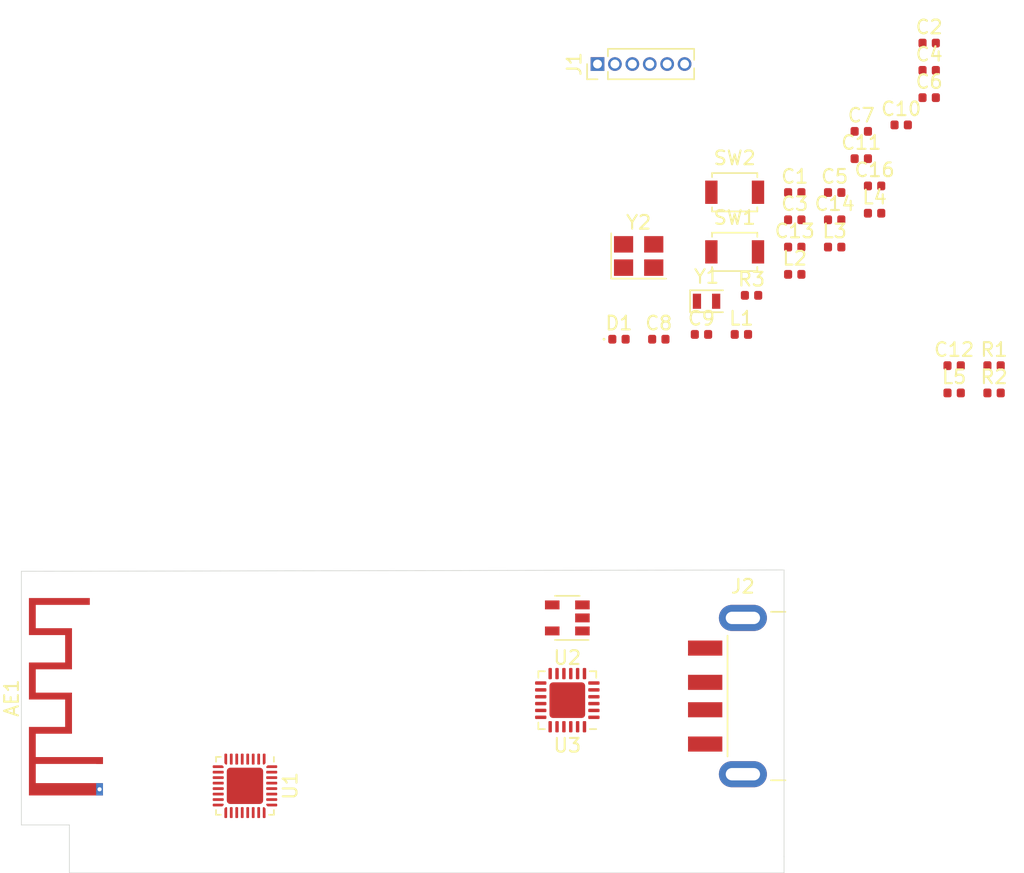
<source format=kicad_pcb>
(kicad_pcb (version 20171130) (host pcbnew 5.1.5-52549c5~84~ubuntu19.04.1)

  (general
    (thickness 1.6)
    (drawings 7)
    (tracks 0)
    (zones 0)
    (modules 34)
    (nets 54)
  )

  (page A4)
  (layers
    (0 F.Cu signal)
    (31 B.Cu signal)
    (32 B.Adhes user)
    (33 F.Adhes user)
    (34 B.Paste user)
    (35 F.Paste user)
    (36 B.SilkS user)
    (37 F.SilkS user)
    (38 B.Mask user)
    (39 F.Mask user)
    (40 Dwgs.User user)
    (41 Cmts.User user)
    (42 Eco1.User user)
    (43 Eco2.User user)
    (44 Edge.Cuts user)
    (45 Margin user)
    (46 B.CrtYd user)
    (47 F.CrtYd user)
    (48 B.Fab user)
    (49 F.Fab user)
  )

  (setup
    (last_trace_width 0.25)
    (trace_clearance 0.2)
    (zone_clearance 0.508)
    (zone_45_only no)
    (trace_min 0.2)
    (via_size 0.8)
    (via_drill 0.4)
    (via_min_size 0.4)
    (via_min_drill 0.3)
    (uvia_size 0.3)
    (uvia_drill 0.1)
    (uvias_allowed no)
    (uvia_min_size 0.2)
    (uvia_min_drill 0.1)
    (edge_width 0.05)
    (segment_width 0.2)
    (pcb_text_width 0.3)
    (pcb_text_size 1.5 1.5)
    (mod_edge_width 0.12)
    (mod_text_size 1 1)
    (mod_text_width 0.15)
    (pad_size 1.524 1.524)
    (pad_drill 0.762)
    (pad_to_mask_clearance 0.051)
    (solder_mask_min_width 0.25)
    (aux_axis_origin 0 0)
    (visible_elements FFFFFF7F)
    (pcbplotparams
      (layerselection 0x010fc_ffffffff)
      (usegerberextensions false)
      (usegerberattributes false)
      (usegerberadvancedattributes false)
      (creategerberjobfile false)
      (excludeedgelayer true)
      (linewidth 0.100000)
      (plotframeref false)
      (viasonmask false)
      (mode 1)
      (useauxorigin false)
      (hpglpennumber 1)
      (hpglpenspeed 20)
      (hpglpendiameter 15.000000)
      (psnegative false)
      (psa4output false)
      (plotreference true)
      (plotvalue true)
      (plotinvisibletext false)
      (padsonsilk false)
      (subtractmaskfromsilk false)
      (outputformat 1)
      (mirror false)
      (drillshape 1)
      (scaleselection 1)
      (outputdirectory ""))
  )

  (net 0 "")
  (net 1 "Net-(AE1-Pad1)")
  (net 2 GND)
  (net 3 "Net-(C1-Pad1)")
  (net 4 /PAVDD)
  (net 5 /RFVDD)
  (net 6 VDD)
  (net 7 /ANT+)
  (net 8 "Net-(C14-Pad1)")
  (net 9 "Net-(D1-Pad2)")
  (net 10 /SWCLK)
  (net 11 /SWDIO)
  (net 12 /UART_RX)
  (net 13 /UART_TX)
  (net 14 VBUS)
  (net 15 /D+)
  (net 16 /D-)
  (net 17 /USRLED)
  (net 18 /~RESET~)
  (net 19 /~USRBTN~)
  (net 20 /LFXTAL_O)
  (net 21 /LFXTAL_I)
  (net 22 /NCP_UART_TX)
  (net 23 /NCP_UART_RX)
  (net 24 "Net-(U1-Pad28)")
  (net 25 "Net-(U1-Pad23)")
  (net 26 "Net-(U1-Pad22)")
  (net 27 "Net-(U1-Pad17)")
  (net 28 "Net-(U1-Pad16)")
  (net 29 "Net-(U1-Pad15)")
  (net 30 /HFXTAL_O)
  (net 31 /HFXTAL_I)
  (net 32 "Net-(U1-Pad6)")
  (net 33 "Net-(U1-Pad5)")
  (net 34 "Net-(U1-Pad2)")
  (net 35 "Net-(U1-Pad1)")
  (net 36 "Net-(U2-Pad4)")
  (net 37 "Net-(U3-Pad24)")
  (net 38 "Net-(U3-Pad23)")
  (net 39 "Net-(U3-Pad22)")
  (net 40 "Net-(U3-Pad19)")
  (net 41 "Net-(U3-Pad18)")
  (net 42 "Net-(U3-Pad17)")
  (net 43 "Net-(U3-Pad16)")
  (net 44 "Net-(U3-Pad15)")
  (net 45 "Net-(U3-Pad14)")
  (net 46 "Net-(U3-Pad13)")
  (net 47 "Net-(U3-Pad12)")
  (net 48 "Net-(U3-Pad11)")
  (net 49 "Net-(U3-Pad10)")
  (net 50 "Net-(U3-Pad9)")
  (net 51 "Net-(U3-Pad1)")
  (net 52 "Net-(C12-Pad1)")
  (net 53 "Net-(R1-Pad2)")

  (net_class Default "This is the default net class."
    (clearance 0.2)
    (trace_width 0.25)
    (via_dia 0.8)
    (via_drill 0.4)
    (uvia_dia 0.3)
    (uvia_drill 0.1)
    (add_net /ANT+)
    (add_net /D+)
    (add_net /D-)
    (add_net /HFXTAL_I)
    (add_net /HFXTAL_O)
    (add_net /LFXTAL_I)
    (add_net /LFXTAL_O)
    (add_net /NCP_UART_RX)
    (add_net /NCP_UART_TX)
    (add_net /PAVDD)
    (add_net /RFVDD)
    (add_net /SWCLK)
    (add_net /SWDIO)
    (add_net /UART_RX)
    (add_net /UART_TX)
    (add_net /USRLED)
    (add_net /~RESET~)
    (add_net /~USRBTN~)
    (add_net GND)
    (add_net "Net-(AE1-Pad1)")
    (add_net "Net-(C1-Pad1)")
    (add_net "Net-(C12-Pad1)")
    (add_net "Net-(C14-Pad1)")
    (add_net "Net-(D1-Pad2)")
    (add_net "Net-(R1-Pad2)")
    (add_net "Net-(U1-Pad1)")
    (add_net "Net-(U1-Pad15)")
    (add_net "Net-(U1-Pad16)")
    (add_net "Net-(U1-Pad17)")
    (add_net "Net-(U1-Pad2)")
    (add_net "Net-(U1-Pad22)")
    (add_net "Net-(U1-Pad23)")
    (add_net "Net-(U1-Pad28)")
    (add_net "Net-(U1-Pad5)")
    (add_net "Net-(U1-Pad6)")
    (add_net "Net-(U2-Pad4)")
    (add_net "Net-(U3-Pad1)")
    (add_net "Net-(U3-Pad10)")
    (add_net "Net-(U3-Pad11)")
    (add_net "Net-(U3-Pad12)")
    (add_net "Net-(U3-Pad13)")
    (add_net "Net-(U3-Pad14)")
    (add_net "Net-(U3-Pad15)")
    (add_net "Net-(U3-Pad16)")
    (add_net "Net-(U3-Pad17)")
    (add_net "Net-(U3-Pad18)")
    (add_net "Net-(U3-Pad19)")
    (add_net "Net-(U3-Pad22)")
    (add_net "Net-(U3-Pad23)")
    (add_net "Net-(U3-Pad24)")
    (add_net "Net-(U3-Pad9)")
    (add_net VBUS)
    (add_net VDD)
  )

  (module Resistor_SMD:R_0402_1005Metric (layer F.Cu) (tedit 5B301BBD) (tstamp 5E4B8317)
    (at 170.91 106.99)
    (descr "Resistor SMD 0402 (1005 Metric), square (rectangular) end terminal, IPC_7351 nominal, (Body size source: http://www.tortai-tech.com/upload/download/2011102023233369053.pdf), generated with kicad-footprint-generator")
    (tags resistor)
    (path /5E614DC6)
    (attr smd)
    (fp_text reference R2 (at 0 -1.17) (layer F.SilkS)
      (effects (font (size 1 1) (thickness 0.15)))
    )
    (fp_text value 22.1k (at 0 1.17) (layer F.Fab)
      (effects (font (size 1 1) (thickness 0.15)))
    )
    (fp_text user %R (at 0 0) (layer F.Fab)
      (effects (font (size 0.25 0.25) (thickness 0.04)))
    )
    (fp_line (start 0.93 0.47) (end -0.93 0.47) (layer F.CrtYd) (width 0.05))
    (fp_line (start 0.93 -0.47) (end 0.93 0.47) (layer F.CrtYd) (width 0.05))
    (fp_line (start -0.93 -0.47) (end 0.93 -0.47) (layer F.CrtYd) (width 0.05))
    (fp_line (start -0.93 0.47) (end -0.93 -0.47) (layer F.CrtYd) (width 0.05))
    (fp_line (start 0.5 0.25) (end -0.5 0.25) (layer F.Fab) (width 0.1))
    (fp_line (start 0.5 -0.25) (end 0.5 0.25) (layer F.Fab) (width 0.1))
    (fp_line (start -0.5 -0.25) (end 0.5 -0.25) (layer F.Fab) (width 0.1))
    (fp_line (start -0.5 0.25) (end -0.5 -0.25) (layer F.Fab) (width 0.1))
    (pad 2 smd roundrect (at 0.485 0) (size 0.59 0.64) (layers F.Cu F.Paste F.Mask) (roundrect_rratio 0.25)
      (net 14 VBUS))
    (pad 1 smd roundrect (at -0.485 0) (size 0.59 0.64) (layers F.Cu F.Paste F.Mask) (roundrect_rratio 0.25)
      (net 53 "Net-(R1-Pad2)"))
    (model ${KISYS3DMOD}/Resistor_SMD.3dshapes/R_0402_1005Metric.wrl
      (at (xyz 0 0 0))
      (scale (xyz 1 1 1))
      (rotate (xyz 0 0 0))
    )
  )

  (module Resistor_SMD:R_0402_1005Metric (layer F.Cu) (tedit 5B301BBD) (tstamp 5E4B8308)
    (at 170.91 105)
    (descr "Resistor SMD 0402 (1005 Metric), square (rectangular) end terminal, IPC_7351 nominal, (Body size source: http://www.tortai-tech.com/upload/download/2011102023233369053.pdf), generated with kicad-footprint-generator")
    (tags resistor)
    (path /5E615E12)
    (attr smd)
    (fp_text reference R1 (at 0 -1.17) (layer F.SilkS)
      (effects (font (size 1 1) (thickness 0.15)))
    )
    (fp_text value 47.5k (at 0 1.17) (layer F.Fab)
      (effects (font (size 1 1) (thickness 0.15)))
    )
    (fp_text user %R (at 0 0) (layer F.Fab)
      (effects (font (size 0.25 0.25) (thickness 0.04)))
    )
    (fp_line (start 0.93 0.47) (end -0.93 0.47) (layer F.CrtYd) (width 0.05))
    (fp_line (start 0.93 -0.47) (end 0.93 0.47) (layer F.CrtYd) (width 0.05))
    (fp_line (start -0.93 -0.47) (end 0.93 -0.47) (layer F.CrtYd) (width 0.05))
    (fp_line (start -0.93 0.47) (end -0.93 -0.47) (layer F.CrtYd) (width 0.05))
    (fp_line (start 0.5 0.25) (end -0.5 0.25) (layer F.Fab) (width 0.1))
    (fp_line (start 0.5 -0.25) (end 0.5 0.25) (layer F.Fab) (width 0.1))
    (fp_line (start -0.5 -0.25) (end 0.5 -0.25) (layer F.Fab) (width 0.1))
    (fp_line (start -0.5 0.25) (end -0.5 -0.25) (layer F.Fab) (width 0.1))
    (pad 2 smd roundrect (at 0.485 0) (size 0.59 0.64) (layers F.Cu F.Paste F.Mask) (roundrect_rratio 0.25)
      (net 53 "Net-(R1-Pad2)"))
    (pad 1 smd roundrect (at -0.485 0) (size 0.59 0.64) (layers F.Cu F.Paste F.Mask) (roundrect_rratio 0.25)
      (net 2 GND))
    (model ${KISYS3DMOD}/Resistor_SMD.3dshapes/R_0402_1005Metric.wrl
      (at (xyz 0 0 0))
      (scale (xyz 1 1 1))
      (rotate (xyz 0 0 0))
    )
  )

  (module Inductor_SMD:L_0402_1005Metric (layer F.Cu) (tedit 5B301BBE) (tstamp 5E4B82F9)
    (at 168 106.99)
    (descr "Inductor SMD 0402 (1005 Metric), square (rectangular) end terminal, IPC_7351 nominal, (Body size source: http://www.tortai-tech.com/upload/download/2011102023233369053.pdf), generated with kicad-footprint-generator")
    (tags inductor)
    (path /5E5F2FBC)
    (attr smd)
    (fp_text reference L5 (at 0 -1.17) (layer F.SilkS)
      (effects (font (size 1 1) (thickness 0.15)))
    )
    (fp_text value 1.1nH (at 0 1.17) (layer F.Fab)
      (effects (font (size 1 1) (thickness 0.15)))
    )
    (fp_text user %R (at 0 0) (layer F.Fab)
      (effects (font (size 0.25 0.25) (thickness 0.04)))
    )
    (fp_line (start 0.93 0.47) (end -0.93 0.47) (layer F.CrtYd) (width 0.05))
    (fp_line (start 0.93 -0.47) (end 0.93 0.47) (layer F.CrtYd) (width 0.05))
    (fp_line (start -0.93 -0.47) (end 0.93 -0.47) (layer F.CrtYd) (width 0.05))
    (fp_line (start -0.93 0.47) (end -0.93 -0.47) (layer F.CrtYd) (width 0.05))
    (fp_line (start 0.5 0.25) (end -0.5 0.25) (layer F.Fab) (width 0.1))
    (fp_line (start 0.5 -0.25) (end 0.5 0.25) (layer F.Fab) (width 0.1))
    (fp_line (start -0.5 -0.25) (end 0.5 -0.25) (layer F.Fab) (width 0.1))
    (fp_line (start -0.5 0.25) (end -0.5 -0.25) (layer F.Fab) (width 0.1))
    (pad 2 smd roundrect (at 0.485 0) (size 0.59 0.64) (layers F.Cu F.Paste F.Mask) (roundrect_rratio 0.25)
      (net 52 "Net-(C12-Pad1)"))
    (pad 1 smd roundrect (at -0.485 0) (size 0.59 0.64) (layers F.Cu F.Paste F.Mask) (roundrect_rratio 0.25)
      (net 8 "Net-(C14-Pad1)"))
    (model ${KISYS3DMOD}/Inductor_SMD.3dshapes/L_0402_1005Metric.wrl
      (at (xyz 0 0 0))
      (scale (xyz 1 1 1))
      (rotate (xyz 0 0 0))
    )
  )

  (module Capacitor_SMD:C_0402_1005Metric (layer F.Cu) (tedit 5B301BBE) (tstamp 5E4B819A)
    (at 168 105)
    (descr "Capacitor SMD 0402 (1005 Metric), square (rectangular) end terminal, IPC_7351 nominal, (Body size source: http://www.tortai-tech.com/upload/download/2011102023233369053.pdf), generated with kicad-footprint-generator")
    (tags capacitor)
    (path /5E5F3777)
    (attr smd)
    (fp_text reference C12 (at 0 -1.17) (layer F.SilkS)
      (effects (font (size 1 1) (thickness 0.15)))
    )
    (fp_text value 0.3pF (at 0 1.17) (layer F.Fab)
      (effects (font (size 1 1) (thickness 0.15)))
    )
    (fp_text user %R (at 0 0) (layer F.Fab)
      (effects (font (size 0.25 0.25) (thickness 0.04)))
    )
    (fp_line (start 0.93 0.47) (end -0.93 0.47) (layer F.CrtYd) (width 0.05))
    (fp_line (start 0.93 -0.47) (end 0.93 0.47) (layer F.CrtYd) (width 0.05))
    (fp_line (start -0.93 -0.47) (end 0.93 -0.47) (layer F.CrtYd) (width 0.05))
    (fp_line (start -0.93 0.47) (end -0.93 -0.47) (layer F.CrtYd) (width 0.05))
    (fp_line (start 0.5 0.25) (end -0.5 0.25) (layer F.Fab) (width 0.1))
    (fp_line (start 0.5 -0.25) (end 0.5 0.25) (layer F.Fab) (width 0.1))
    (fp_line (start -0.5 -0.25) (end 0.5 -0.25) (layer F.Fab) (width 0.1))
    (fp_line (start -0.5 0.25) (end -0.5 -0.25) (layer F.Fab) (width 0.1))
    (pad 2 smd roundrect (at 0.485 0) (size 0.59 0.64) (layers F.Cu F.Paste F.Mask) (roundrect_rratio 0.25)
      (net 2 GND))
    (pad 1 smd roundrect (at -0.485 0) (size 0.59 0.64) (layers F.Cu F.Paste F.Mask) (roundrect_rratio 0.25)
      (net 52 "Net-(C12-Pad1)"))
    (model ${KISYS3DMOD}/Capacitor_SMD.3dshapes/C_0402_1005Metric.wrl
      (at (xyz 0 0 0))
      (scale (xyz 1 1 1))
      (rotate (xyz 0 0 0))
    )
  )

  (module Crystal:Crystal_SMD_3225-4Pin_3.2x2.5mm (layer F.Cu) (tedit 5A0FD1B2) (tstamp 5E4B6CD6)
    (at 145 97)
    (descr "SMD Crystal SERIES SMD3225/4 http://www.txccrystal.com/images/pdf/7m-accuracy.pdf, 3.2x2.5mm^2 package")
    (tags "SMD SMT crystal")
    (path /5E2A425A)
    (attr smd)
    (fp_text reference Y2 (at 0 -2.45) (layer F.SilkS)
      (effects (font (size 1 1) (thickness 0.15)))
    )
    (fp_text value 38.4Mhz (at 0 2.45) (layer F.Fab)
      (effects (font (size 1 1) (thickness 0.15)))
    )
    (fp_line (start 2.1 -1.7) (end -2.1 -1.7) (layer F.CrtYd) (width 0.05))
    (fp_line (start 2.1 1.7) (end 2.1 -1.7) (layer F.CrtYd) (width 0.05))
    (fp_line (start -2.1 1.7) (end 2.1 1.7) (layer F.CrtYd) (width 0.05))
    (fp_line (start -2.1 -1.7) (end -2.1 1.7) (layer F.CrtYd) (width 0.05))
    (fp_line (start -2 1.65) (end 2 1.65) (layer F.SilkS) (width 0.12))
    (fp_line (start -2 -1.65) (end -2 1.65) (layer F.SilkS) (width 0.12))
    (fp_line (start -1.6 0.25) (end -0.6 1.25) (layer F.Fab) (width 0.1))
    (fp_line (start 1.6 -1.25) (end -1.6 -1.25) (layer F.Fab) (width 0.1))
    (fp_line (start 1.6 1.25) (end 1.6 -1.25) (layer F.Fab) (width 0.1))
    (fp_line (start -1.6 1.25) (end 1.6 1.25) (layer F.Fab) (width 0.1))
    (fp_line (start -1.6 -1.25) (end -1.6 1.25) (layer F.Fab) (width 0.1))
    (fp_text user %R (at 0 0) (layer F.Fab)
      (effects (font (size 0.7 0.7) (thickness 0.105)))
    )
    (pad 4 smd rect (at -1.1 -0.85) (size 1.4 1.2) (layers F.Cu F.Paste F.Mask)
      (net 2 GND))
    (pad 3 smd rect (at 1.1 -0.85) (size 1.4 1.2) (layers F.Cu F.Paste F.Mask)
      (net 30 /HFXTAL_O))
    (pad 2 smd rect (at 1.1 0.85) (size 1.4 1.2) (layers F.Cu F.Paste F.Mask)
      (net 2 GND))
    (pad 1 smd rect (at -1.1 0.85) (size 1.4 1.2) (layers F.Cu F.Paste F.Mask)
      (net 31 /HFXTAL_I))
    (model ${KISYS3DMOD}/Crystal.3dshapes/Crystal_SMD_3225-4Pin_3.2x2.5mm.wrl
      (at (xyz 0 0 0))
      (scale (xyz 1 1 1))
      (rotate (xyz 0 0 0))
    )
  )

  (module Crystal:Crystal_SMD_2012-2Pin_2.0x1.2mm (layer F.Cu) (tedit 5A0FD1B2) (tstamp 5E4B6CC2)
    (at 149.95 100.3)
    (descr "SMD Crystal 2012/2 http://txccrystal.com/images/pdf/9ht11.pdf, 2.0x1.2mm^2 package")
    (tags "SMD SMT crystal")
    (path /5E29F964)
    (attr smd)
    (fp_text reference Y1 (at 0 -1.8) (layer F.SilkS)
      (effects (font (size 1 1) (thickness 0.15)))
    )
    (fp_text value 32.768Khz (at 0 1.8) (layer F.Fab)
      (effects (font (size 1 1) (thickness 0.15)))
    )
    (fp_circle (center 0 0) (end 0.046667 0) (layer F.Adhes) (width 0.093333))
    (fp_circle (center 0 0) (end 0.106667 0) (layer F.Adhes) (width 0.066667))
    (fp_circle (center 0 0) (end 0.166667 0) (layer F.Adhes) (width 0.066667))
    (fp_circle (center 0 0) (end 0.2 0) (layer F.Adhes) (width 0.1))
    (fp_line (start 1.3 -0.9) (end -1.3 -0.9) (layer F.CrtYd) (width 0.05))
    (fp_line (start 1.3 0.9) (end 1.3 -0.9) (layer F.CrtYd) (width 0.05))
    (fp_line (start -1.3 0.9) (end 1.3 0.9) (layer F.CrtYd) (width 0.05))
    (fp_line (start -1.3 -0.9) (end -1.3 0.9) (layer F.CrtYd) (width 0.05))
    (fp_line (start -1.2 0.8) (end 1.2 0.8) (layer F.SilkS) (width 0.12))
    (fp_line (start -1.2 -0.8) (end -1.2 0.8) (layer F.SilkS) (width 0.12))
    (fp_line (start 1.2 -0.8) (end -1.2 -0.8) (layer F.SilkS) (width 0.12))
    (fp_line (start -1 0.1) (end -0.5 0.6) (layer F.Fab) (width 0.1))
    (fp_line (start 1 -0.6) (end -1 -0.6) (layer F.Fab) (width 0.1))
    (fp_line (start 1 0.6) (end 1 -0.6) (layer F.Fab) (width 0.1))
    (fp_line (start -1 0.6) (end 1 0.6) (layer F.Fab) (width 0.1))
    (fp_line (start -1 -0.6) (end -1 0.6) (layer F.Fab) (width 0.1))
    (fp_text user %R (at 0 0) (layer F.Fab)
      (effects (font (size 0.5 0.5) (thickness 0.075)))
    )
    (pad 2 smd rect (at 0.7 0) (size 0.6 1.1) (layers F.Cu F.Paste F.Mask)
      (net 20 /LFXTAL_O))
    (pad 1 smd rect (at -0.7 0) (size 0.6 1.1) (layers F.Cu F.Paste F.Mask)
      (net 21 /LFXTAL_I))
    (model ${KISYS3DMOD}/Crystal.3dshapes/Crystal_SMD_2012-2Pin_2.0x1.2mm.wrl
      (at (xyz 0 0 0))
      (scale (xyz 1 1 1))
      (rotate (xyz 0 0 0))
    )
  )

  (module Package_DFN_QFN:QFN-24-1EP_4x4mm_P0.5mm_EP2.6x2.6mm (layer F.Cu) (tedit 5C1FD453) (tstamp 5E4B6CAB)
    (at 139.8 129.4 180)
    (descr "QFN, 24 Pin (http://ww1.microchip.com/downloads/en/PackagingSpec/00000049BQ.pdf#page=278), generated with kicad-footprint-generator ipc_dfn_qfn_generator.py")
    (tags "QFN DFN_QFN")
    (path /5E4BF1E0)
    (attr smd)
    (fp_text reference U3 (at 0 -3.3) (layer F.SilkS)
      (effects (font (size 1 1) (thickness 0.15)))
    )
    (fp_text value CP2102N-A01-GQFN24 (at 0 3.3) (layer F.Fab)
      (effects (font (size 1 1) (thickness 0.15)))
    )
    (fp_text user %R (at 0 0) (layer F.Fab)
      (effects (font (size 1 1) (thickness 0.15)))
    )
    (fp_line (start 2.6 -2.6) (end -2.6 -2.6) (layer F.CrtYd) (width 0.05))
    (fp_line (start 2.6 2.6) (end 2.6 -2.6) (layer F.CrtYd) (width 0.05))
    (fp_line (start -2.6 2.6) (end 2.6 2.6) (layer F.CrtYd) (width 0.05))
    (fp_line (start -2.6 -2.6) (end -2.6 2.6) (layer F.CrtYd) (width 0.05))
    (fp_line (start -2 -1) (end -1 -2) (layer F.Fab) (width 0.1))
    (fp_line (start -2 2) (end -2 -1) (layer F.Fab) (width 0.1))
    (fp_line (start 2 2) (end -2 2) (layer F.Fab) (width 0.1))
    (fp_line (start 2 -2) (end 2 2) (layer F.Fab) (width 0.1))
    (fp_line (start -1 -2) (end 2 -2) (layer F.Fab) (width 0.1))
    (fp_line (start -1.635 -2.11) (end -2.11 -2.11) (layer F.SilkS) (width 0.12))
    (fp_line (start 2.11 2.11) (end 2.11 1.635) (layer F.SilkS) (width 0.12))
    (fp_line (start 1.635 2.11) (end 2.11 2.11) (layer F.SilkS) (width 0.12))
    (fp_line (start -2.11 2.11) (end -2.11 1.635) (layer F.SilkS) (width 0.12))
    (fp_line (start -1.635 2.11) (end -2.11 2.11) (layer F.SilkS) (width 0.12))
    (fp_line (start 2.11 -2.11) (end 2.11 -1.635) (layer F.SilkS) (width 0.12))
    (fp_line (start 1.635 -2.11) (end 2.11 -2.11) (layer F.SilkS) (width 0.12))
    (pad 24 smd roundrect (at -1.25 -1.9375 180) (size 0.25 0.825) (layers F.Cu F.Paste F.Mask) (roundrect_rratio 0.25)
      (net 37 "Net-(U3-Pad24)"))
    (pad 23 smd roundrect (at -0.75 -1.9375 180) (size 0.25 0.825) (layers F.Cu F.Paste F.Mask) (roundrect_rratio 0.25)
      (net 38 "Net-(U3-Pad23)"))
    (pad 22 smd roundrect (at -0.25 -1.9375 180) (size 0.25 0.825) (layers F.Cu F.Paste F.Mask) (roundrect_rratio 0.25)
      (net 39 "Net-(U3-Pad22)"))
    (pad 21 smd roundrect (at 0.25 -1.9375 180) (size 0.25 0.825) (layers F.Cu F.Paste F.Mask) (roundrect_rratio 0.25)
      (net 22 /NCP_UART_TX))
    (pad 20 smd roundrect (at 0.75 -1.9375 180) (size 0.25 0.825) (layers F.Cu F.Paste F.Mask) (roundrect_rratio 0.25)
      (net 23 /NCP_UART_RX))
    (pad 19 smd roundrect (at 1.25 -1.9375 180) (size 0.25 0.825) (layers F.Cu F.Paste F.Mask) (roundrect_rratio 0.25)
      (net 40 "Net-(U3-Pad19)"))
    (pad 18 smd roundrect (at 1.9375 -1.25 180) (size 0.825 0.25) (layers F.Cu F.Paste F.Mask) (roundrect_rratio 0.25)
      (net 41 "Net-(U3-Pad18)"))
    (pad 17 smd roundrect (at 1.9375 -0.75 180) (size 0.825 0.25) (layers F.Cu F.Paste F.Mask) (roundrect_rratio 0.25)
      (net 42 "Net-(U3-Pad17)"))
    (pad 16 smd roundrect (at 1.9375 -0.25 180) (size 0.825 0.25) (layers F.Cu F.Paste F.Mask) (roundrect_rratio 0.25)
      (net 43 "Net-(U3-Pad16)"))
    (pad 15 smd roundrect (at 1.9375 0.25 180) (size 0.825 0.25) (layers F.Cu F.Paste F.Mask) (roundrect_rratio 0.25)
      (net 44 "Net-(U3-Pad15)"))
    (pad 14 smd roundrect (at 1.9375 0.75 180) (size 0.825 0.25) (layers F.Cu F.Paste F.Mask) (roundrect_rratio 0.25)
      (net 45 "Net-(U3-Pad14)"))
    (pad 13 smd roundrect (at 1.9375 1.25 180) (size 0.825 0.25) (layers F.Cu F.Paste F.Mask) (roundrect_rratio 0.25)
      (net 46 "Net-(U3-Pad13)"))
    (pad 12 smd roundrect (at 1.25 1.9375 180) (size 0.25 0.825) (layers F.Cu F.Paste F.Mask) (roundrect_rratio 0.25)
      (net 47 "Net-(U3-Pad12)"))
    (pad 11 smd roundrect (at 0.75 1.9375 180) (size 0.25 0.825) (layers F.Cu F.Paste F.Mask) (roundrect_rratio 0.25)
      (net 48 "Net-(U3-Pad11)"))
    (pad 10 smd roundrect (at 0.25 1.9375 180) (size 0.25 0.825) (layers F.Cu F.Paste F.Mask) (roundrect_rratio 0.25)
      (net 49 "Net-(U3-Pad10)"))
    (pad 9 smd roundrect (at -0.25 1.9375 180) (size 0.25 0.825) (layers F.Cu F.Paste F.Mask) (roundrect_rratio 0.25)
      (net 50 "Net-(U3-Pad9)"))
    (pad 8 smd roundrect (at -0.75 1.9375 180) (size 0.25 0.825) (layers F.Cu F.Paste F.Mask) (roundrect_rratio 0.25)
      (net 53 "Net-(R1-Pad2)"))
    (pad 7 smd roundrect (at -1.25 1.9375 180) (size 0.25 0.825) (layers F.Cu F.Paste F.Mask) (roundrect_rratio 0.25)
      (net 6 VDD))
    (pad 6 smd roundrect (at -1.9375 1.25 180) (size 0.825 0.25) (layers F.Cu F.Paste F.Mask) (roundrect_rratio 0.25)
      (net 6 VDD))
    (pad 5 smd roundrect (at -1.9375 0.75 180) (size 0.825 0.25) (layers F.Cu F.Paste F.Mask) (roundrect_rratio 0.25)
      (net 6 VDD))
    (pad 4 smd roundrect (at -1.9375 0.25 180) (size 0.825 0.25) (layers F.Cu F.Paste F.Mask) (roundrect_rratio 0.25)
      (net 16 /D-))
    (pad 3 smd roundrect (at -1.9375 -0.25 180) (size 0.825 0.25) (layers F.Cu F.Paste F.Mask) (roundrect_rratio 0.25)
      (net 15 /D+))
    (pad 2 smd roundrect (at -1.9375 -0.75 180) (size 0.825 0.25) (layers F.Cu F.Paste F.Mask) (roundrect_rratio 0.25)
      (net 2 GND))
    (pad 1 smd roundrect (at -1.9375 -1.25 180) (size 0.825 0.25) (layers F.Cu F.Paste F.Mask) (roundrect_rratio 0.25)
      (net 51 "Net-(U3-Pad1)"))
    (pad "" smd roundrect (at 0.65 0.65 180) (size 1.05 1.05) (layers F.Paste) (roundrect_rratio 0.238095))
    (pad "" smd roundrect (at 0.65 -0.65 180) (size 1.05 1.05) (layers F.Paste) (roundrect_rratio 0.238095))
    (pad "" smd roundrect (at -0.65 0.65 180) (size 1.05 1.05) (layers F.Paste) (roundrect_rratio 0.238095))
    (pad "" smd roundrect (at -0.65 -0.65 180) (size 1.05 1.05) (layers F.Paste) (roundrect_rratio 0.238095))
    (pad 25 smd roundrect (at 0 0 180) (size 2.6 2.6) (layers F.Cu F.Mask) (roundrect_rratio 0.096154)
      (net 2 GND))
    (model ${KISYS3DMOD}/Package_DFN_QFN.3dshapes/QFN-24-1EP_4x4mm_P0.5mm_EP2.6x2.6mm.wrl
      (at (xyz 0 0 0))
      (scale (xyz 1 1 1))
      (rotate (xyz 0 0 0))
    )
  )

  (module Package_TO_SOT_SMD:SOT-23-5 (layer F.Cu) (tedit 5A02FF57) (tstamp 5E4B6C79)
    (at 139.8 123.4 180)
    (descr "5-pin SOT23 package")
    (tags SOT-23-5)
    (path /5E5B7A5D)
    (attr smd)
    (fp_text reference U2 (at 0 -2.9) (layer F.SilkS)
      (effects (font (size 1 1) (thickness 0.15)))
    )
    (fp_text value MIC5219-3.3YM5 (at 0 2.9) (layer F.Fab)
      (effects (font (size 1 1) (thickness 0.15)))
    )
    (fp_line (start 0.9 -1.55) (end 0.9 1.55) (layer F.Fab) (width 0.1))
    (fp_line (start 0.9 1.55) (end -0.9 1.55) (layer F.Fab) (width 0.1))
    (fp_line (start -0.9 -0.9) (end -0.9 1.55) (layer F.Fab) (width 0.1))
    (fp_line (start 0.9 -1.55) (end -0.25 -1.55) (layer F.Fab) (width 0.1))
    (fp_line (start -0.9 -0.9) (end -0.25 -1.55) (layer F.Fab) (width 0.1))
    (fp_line (start -1.9 1.8) (end -1.9 -1.8) (layer F.CrtYd) (width 0.05))
    (fp_line (start 1.9 1.8) (end -1.9 1.8) (layer F.CrtYd) (width 0.05))
    (fp_line (start 1.9 -1.8) (end 1.9 1.8) (layer F.CrtYd) (width 0.05))
    (fp_line (start -1.9 -1.8) (end 1.9 -1.8) (layer F.CrtYd) (width 0.05))
    (fp_line (start 0.9 -1.61) (end -1.55 -1.61) (layer F.SilkS) (width 0.12))
    (fp_line (start -0.9 1.61) (end 0.9 1.61) (layer F.SilkS) (width 0.12))
    (fp_text user %R (at 0 0 90) (layer F.Fab)
      (effects (font (size 0.5 0.5) (thickness 0.075)))
    )
    (pad 5 smd rect (at 1.1 -0.95 180) (size 1.06 0.65) (layers F.Cu F.Paste F.Mask)
      (net 6 VDD))
    (pad 4 smd rect (at 1.1 0.95 180) (size 1.06 0.65) (layers F.Cu F.Paste F.Mask)
      (net 36 "Net-(U2-Pad4)"))
    (pad 3 smd rect (at -1.1 0.95 180) (size 1.06 0.65) (layers F.Cu F.Paste F.Mask)
      (net 14 VBUS))
    (pad 2 smd rect (at -1.1 0 180) (size 1.06 0.65) (layers F.Cu F.Paste F.Mask)
      (net 2 GND))
    (pad 1 smd rect (at -1.1 -0.95 180) (size 1.06 0.65) (layers F.Cu F.Paste F.Mask)
      (net 14 VBUS))
    (model ${KISYS3DMOD}/Package_TO_SOT_SMD.3dshapes/SOT-23-5.wrl
      (at (xyz 0 0 0))
      (scale (xyz 1 1 1))
      (rotate (xyz 0 0 0))
    )
  )

  (module Package_DFN_QFN:QFN-32-1EP_4x4mm_P0.4mm_EP2.65x2.65mm (layer F.Cu) (tedit 5C2685BC) (tstamp 5E4B6C64)
    (at 116.3 135.65 270)
    (descr "QFN, 32 Pin (https://www.renesas.com/eu/en/package-image/pdf/outdrawing/l32.4x4a.pdf), generated with kicad-footprint-generator ipc_dfn_qfn_generator.py")
    (tags "QFN DFN_QFN")
    (path /5E24CC47)
    (attr smd)
    (fp_text reference U1 (at 0 -3.3 90) (layer F.SilkS)
      (effects (font (size 1 1) (thickness 0.15)))
    )
    (fp_text value EFR32MG21x (at 0 3.3 90) (layer F.Fab)
      (effects (font (size 1 1) (thickness 0.15)))
    )
    (fp_text user %R (at 0 0 90) (layer F.Fab)
      (effects (font (size 1 1) (thickness 0.15)))
    )
    (fp_line (start 2.6 -2.6) (end -2.6 -2.6) (layer F.CrtYd) (width 0.05))
    (fp_line (start 2.6 2.6) (end 2.6 -2.6) (layer F.CrtYd) (width 0.05))
    (fp_line (start -2.6 2.6) (end 2.6 2.6) (layer F.CrtYd) (width 0.05))
    (fp_line (start -2.6 -2.6) (end -2.6 2.6) (layer F.CrtYd) (width 0.05))
    (fp_line (start -2 -1) (end -1 -2) (layer F.Fab) (width 0.1))
    (fp_line (start -2 2) (end -2 -1) (layer F.Fab) (width 0.1))
    (fp_line (start 2 2) (end -2 2) (layer F.Fab) (width 0.1))
    (fp_line (start 2 -2) (end 2 2) (layer F.Fab) (width 0.1))
    (fp_line (start -1 -2) (end 2 -2) (layer F.Fab) (width 0.1))
    (fp_line (start -1.76 -2.11) (end -2.11 -2.11) (layer F.SilkS) (width 0.12))
    (fp_line (start 2.11 2.11) (end 2.11 1.76) (layer F.SilkS) (width 0.12))
    (fp_line (start 1.76 2.11) (end 2.11 2.11) (layer F.SilkS) (width 0.12))
    (fp_line (start -2.11 2.11) (end -2.11 1.76) (layer F.SilkS) (width 0.12))
    (fp_line (start -1.76 2.11) (end -2.11 2.11) (layer F.SilkS) (width 0.12))
    (fp_line (start 2.11 -2.11) (end 2.11 -1.76) (layer F.SilkS) (width 0.12))
    (fp_line (start 1.76 -2.11) (end 2.11 -2.11) (layer F.SilkS) (width 0.12))
    (pad 32 smd custom (at -1.4 -1.95 270) (size 0.129289 0.129289) (layers F.Cu F.Paste F.Mask)
      (net 20 /LFXTAL_O)
      (options (clearance outline) (anchor circle))
      (primitives
        (gr_poly (pts
           (xy -0.05 -0.35) (xy 0.05 -0.35) (xy 0.05 0.35) (xy 0.020711 0.35) (xy -0.05 0.279289)
) (width 0.1))
      ))
    (pad 31 smd roundrect (at -1 -1.95 270) (size 0.2 0.8) (layers F.Cu F.Paste F.Mask) (roundrect_rratio 0.25)
      (net 21 /LFXTAL_I))
    (pad 30 smd roundrect (at -0.6 -1.95 270) (size 0.2 0.8) (layers F.Cu F.Paste F.Mask) (roundrect_rratio 0.25)
      (net 22 /NCP_UART_TX))
    (pad 29 smd roundrect (at -0.2 -1.95 270) (size 0.2 0.8) (layers F.Cu F.Paste F.Mask) (roundrect_rratio 0.25)
      (net 23 /NCP_UART_RX))
    (pad 28 smd roundrect (at 0.2 -1.95 270) (size 0.2 0.8) (layers F.Cu F.Paste F.Mask) (roundrect_rratio 0.25)
      (net 24 "Net-(U1-Pad28)"))
    (pad 27 smd roundrect (at 0.6 -1.95 270) (size 0.2 0.8) (layers F.Cu F.Paste F.Mask) (roundrect_rratio 0.25)
      (net 6 VDD))
    (pad 26 smd roundrect (at 1 -1.95 270) (size 0.2 0.8) (layers F.Cu F.Paste F.Mask) (roundrect_rratio 0.25)
      (net 6 VDD))
    (pad 25 smd custom (at 1.4 -1.95 270) (size 0.129289 0.129289) (layers F.Cu F.Paste F.Mask)
      (net 6 VDD)
      (options (clearance outline) (anchor circle))
      (primitives
        (gr_poly (pts
           (xy -0.05 -0.35) (xy 0.05 -0.35) (xy 0.05 0.279289) (xy -0.020711 0.35) (xy -0.05 0.35)
) (width 0.1))
      ))
    (pad 24 smd custom (at 1.95 -1.4 270) (size 0.129289 0.129289) (layers F.Cu F.Paste F.Mask)
      (net 3 "Net-(C1-Pad1)")
      (options (clearance outline) (anchor circle))
      (primitives
        (gr_poly (pts
           (xy -0.35 0.020711) (xy -0.279289 -0.05) (xy 0.35 -0.05) (xy 0.35 0.05) (xy -0.35 0.05)
) (width 0.1))
      ))
    (pad 23 smd roundrect (at 1.95 -1 270) (size 0.8 0.2) (layers F.Cu F.Paste F.Mask) (roundrect_rratio 0.25)
      (net 25 "Net-(U1-Pad23)"))
    (pad 22 smd roundrect (at 1.95 -0.6 270) (size 0.8 0.2) (layers F.Cu F.Paste F.Mask) (roundrect_rratio 0.25)
      (net 26 "Net-(U1-Pad22)"))
    (pad 21 smd roundrect (at 1.95 -0.2 270) (size 0.8 0.2) (layers F.Cu F.Paste F.Mask) (roundrect_rratio 0.25)
      (net 13 /UART_TX))
    (pad 20 smd roundrect (at 1.95 0.2 270) (size 0.8 0.2) (layers F.Cu F.Paste F.Mask) (roundrect_rratio 0.25)
      (net 12 /UART_RX))
    (pad 19 smd roundrect (at 1.95 0.6 270) (size 0.8 0.2) (layers F.Cu F.Paste F.Mask) (roundrect_rratio 0.25)
      (net 11 /SWDIO))
    (pad 18 smd roundrect (at 1.95 1 270) (size 0.8 0.2) (layers F.Cu F.Paste F.Mask) (roundrect_rratio 0.25)
      (net 10 /SWCLK))
    (pad 17 smd custom (at 1.95 1.4 270) (size 0.129289 0.129289) (layers F.Cu F.Paste F.Mask)
      (net 27 "Net-(U1-Pad17)")
      (options (clearance outline) (anchor circle))
      (primitives
        (gr_poly (pts
           (xy -0.35 -0.05) (xy 0.35 -0.05) (xy 0.35 0.05) (xy -0.279289 0.05) (xy -0.35 -0.020711)
) (width 0.1))
      ))
    (pad 16 smd custom (at 1.4 1.95 270) (size 0.129289 0.129289) (layers F.Cu F.Paste F.Mask)
      (net 28 "Net-(U1-Pad16)")
      (options (clearance outline) (anchor circle))
      (primitives
        (gr_poly (pts
           (xy -0.05 -0.35) (xy -0.020711 -0.35) (xy 0.05 -0.279289) (xy 0.05 0.35) (xy -0.05 0.35)
) (width 0.1))
      ))
    (pad 15 smd roundrect (at 1 1.95 270) (size 0.2 0.8) (layers F.Cu F.Paste F.Mask) (roundrect_rratio 0.25)
      (net 29 "Net-(U1-Pad15)"))
    (pad 14 smd roundrect (at 0.6 1.95 270) (size 0.2 0.8) (layers F.Cu F.Paste F.Mask) (roundrect_rratio 0.25)
      (net 4 /PAVDD))
    (pad 13 smd roundrect (at 0.2 1.95 270) (size 0.2 0.8) (layers F.Cu F.Paste F.Mask) (roundrect_rratio 0.25)
      (net 2 GND))
    (pad 12 smd roundrect (at -0.2 1.95 270) (size 0.2 0.8) (layers F.Cu F.Paste F.Mask) (roundrect_rratio 0.25)
      (net 7 /ANT+))
    (pad 11 smd roundrect (at -0.6 1.95 270) (size 0.2 0.8) (layers F.Cu F.Paste F.Mask) (roundrect_rratio 0.25)
      (net 2 GND))
    (pad 10 smd roundrect (at -1 1.95 270) (size 0.2 0.8) (layers F.Cu F.Paste F.Mask) (roundrect_rratio 0.25)
      (net 5 /RFVDD))
    (pad 9 smd custom (at -1.4 1.95 270) (size 0.129289 0.129289) (layers F.Cu F.Paste F.Mask)
      (net 18 /~RESET~)
      (options (clearance outline) (anchor circle))
      (primitives
        (gr_poly (pts
           (xy -0.05 -0.279289) (xy 0.020711 -0.35) (xy 0.05 -0.35) (xy 0.05 0.35) (xy -0.05 0.35)
) (width 0.1))
      ))
    (pad 8 smd custom (at -1.95 1.4 270) (size 0.129289 0.129289) (layers F.Cu F.Paste F.Mask)
      (net 30 /HFXTAL_O)
      (options (clearance outline) (anchor circle))
      (primitives
        (gr_poly (pts
           (xy -0.35 -0.05) (xy 0.35 -0.05) (xy 0.35 -0.020711) (xy 0.279289 0.05) (xy -0.35 0.05)
) (width 0.1))
      ))
    (pad 7 smd roundrect (at -1.95 1 270) (size 0.8 0.2) (layers F.Cu F.Paste F.Mask) (roundrect_rratio 0.25)
      (net 31 /HFXTAL_I))
    (pad 6 smd roundrect (at -1.95 0.6 270) (size 0.8 0.2) (layers F.Cu F.Paste F.Mask) (roundrect_rratio 0.25)
      (net 32 "Net-(U1-Pad6)"))
    (pad 5 smd roundrect (at -1.95 0.2 270) (size 0.8 0.2) (layers F.Cu F.Paste F.Mask) (roundrect_rratio 0.25)
      (net 33 "Net-(U1-Pad5)"))
    (pad 4 smd roundrect (at -1.95 -0.2 270) (size 0.8 0.2) (layers F.Cu F.Paste F.Mask) (roundrect_rratio 0.25)
      (net 19 /~USRBTN~))
    (pad 3 smd roundrect (at -1.95 -0.6 270) (size 0.8 0.2) (layers F.Cu F.Paste F.Mask) (roundrect_rratio 0.25)
      (net 17 /USRLED))
    (pad 2 smd roundrect (at -1.95 -1 270) (size 0.8 0.2) (layers F.Cu F.Paste F.Mask) (roundrect_rratio 0.25)
      (net 34 "Net-(U1-Pad2)"))
    (pad 1 smd custom (at -1.95 -1.4 270) (size 0.129289 0.129289) (layers F.Cu F.Paste F.Mask)
      (net 35 "Net-(U1-Pad1)")
      (options (clearance outline) (anchor circle))
      (primitives
        (gr_poly (pts
           (xy -0.35 -0.05) (xy 0.279289 -0.05) (xy 0.35 0.020711) (xy 0.35 0.05) (xy -0.35 0.05)
) (width 0.1))
      ))
    (pad "" smd roundrect (at 0.66 0.66 270) (size 1.07 1.07) (layers F.Paste) (roundrect_rratio 0.233645))
    (pad "" smd roundrect (at 0.66 -0.66 270) (size 1.07 1.07) (layers F.Paste) (roundrect_rratio 0.233645))
    (pad "" smd roundrect (at -0.66 0.66 270) (size 1.07 1.07) (layers F.Paste) (roundrect_rratio 0.233645))
    (pad "" smd roundrect (at -0.66 -0.66 270) (size 1.07 1.07) (layers F.Paste) (roundrect_rratio 0.233645))
    (pad 33 smd roundrect (at 0 0 270) (size 2.65 2.65) (layers F.Cu F.Mask) (roundrect_rratio 0.09433999999999999)
      (net 2 GND))
    (model ${KISYS3DMOD}/Package_DFN_QFN.3dshapes/QFN-32-1EP_4x4mm_P0.4mm_EP2.65x2.65mm.wrl
      (at (xyz 0 0 0))
      (scale (xyz 1 1 1))
      (rotate (xyz 0 0 0))
    )
  )

  (module Button_Switch_SMD:SW_SPST_B3U-1000P (layer F.Cu) (tedit 5A02FC95) (tstamp 5E4B6C2A)
    (at 152 92.35)
    (descr "Ultra-small-sized Tactile Switch with High Contact Reliability, Top-actuated Model, without Ground Terminal, without Boss")
    (tags "Tactile Switch")
    (path /5E492791)
    (attr smd)
    (fp_text reference SW2 (at 0 -2.5) (layer F.SilkS)
      (effects (font (size 1 1) (thickness 0.15)))
    )
    (fp_text value USR (at 0 2.5) (layer F.Fab)
      (effects (font (size 1 1) (thickness 0.15)))
    )
    (fp_circle (center 0 0) (end 0.75 0) (layer F.Fab) (width 0.1))
    (fp_line (start -1.5 1.25) (end -1.5 -1.25) (layer F.Fab) (width 0.1))
    (fp_line (start 1.5 1.25) (end -1.5 1.25) (layer F.Fab) (width 0.1))
    (fp_line (start 1.5 -1.25) (end 1.5 1.25) (layer F.Fab) (width 0.1))
    (fp_line (start -1.5 -1.25) (end 1.5 -1.25) (layer F.Fab) (width 0.1))
    (fp_line (start 1.65 -1.4) (end 1.65 -1.1) (layer F.SilkS) (width 0.12))
    (fp_line (start -1.65 -1.4) (end 1.65 -1.4) (layer F.SilkS) (width 0.12))
    (fp_line (start -1.65 -1.1) (end -1.65 -1.4) (layer F.SilkS) (width 0.12))
    (fp_line (start 1.65 1.4) (end 1.65 1.1) (layer F.SilkS) (width 0.12))
    (fp_line (start -1.65 1.4) (end 1.65 1.4) (layer F.SilkS) (width 0.12))
    (fp_line (start -1.65 1.1) (end -1.65 1.4) (layer F.SilkS) (width 0.12))
    (fp_line (start -2.4 -1.65) (end -2.4 1.65) (layer F.CrtYd) (width 0.05))
    (fp_line (start 2.4 -1.65) (end -2.4 -1.65) (layer F.CrtYd) (width 0.05))
    (fp_line (start 2.4 1.65) (end 2.4 -1.65) (layer F.CrtYd) (width 0.05))
    (fp_line (start -2.4 1.65) (end 2.4 1.65) (layer F.CrtYd) (width 0.05))
    (fp_text user %R (at 0 -2.5) (layer F.Fab)
      (effects (font (size 1 1) (thickness 0.15)))
    )
    (pad 2 smd rect (at 1.7 0) (size 0.9 1.7) (layers F.Cu F.Paste F.Mask)
      (net 2 GND))
    (pad 1 smd rect (at -1.7 0) (size 0.9 1.7) (layers F.Cu F.Paste F.Mask)
      (net 19 /~USRBTN~))
    (model ${KISYS3DMOD}/Button_Switch_SMD.3dshapes/SW_SPST_B3U-1000P.wrl
      (at (xyz 0 0 0))
      (scale (xyz 1 1 1))
      (rotate (xyz 0 0 0))
    )
  )

  (module Button_Switch_SMD:SW_SPST_B3U-1000P (layer F.Cu) (tedit 5A02FC95) (tstamp 5E4B6C14)
    (at 152 96.7)
    (descr "Ultra-small-sized Tactile Switch with High Contact Reliability, Top-actuated Model, without Ground Terminal, without Boss")
    (tags "Tactile Switch")
    (path /5E3661FE)
    (attr smd)
    (fp_text reference SW1 (at 0 -2.5) (layer F.SilkS)
      (effects (font (size 1 1) (thickness 0.15)))
    )
    (fp_text value ~RST~ (at 0 2.5) (layer F.Fab)
      (effects (font (size 1 1) (thickness 0.15)))
    )
    (fp_circle (center 0 0) (end 0.75 0) (layer F.Fab) (width 0.1))
    (fp_line (start -1.5 1.25) (end -1.5 -1.25) (layer F.Fab) (width 0.1))
    (fp_line (start 1.5 1.25) (end -1.5 1.25) (layer F.Fab) (width 0.1))
    (fp_line (start 1.5 -1.25) (end 1.5 1.25) (layer F.Fab) (width 0.1))
    (fp_line (start -1.5 -1.25) (end 1.5 -1.25) (layer F.Fab) (width 0.1))
    (fp_line (start 1.65 -1.4) (end 1.65 -1.1) (layer F.SilkS) (width 0.12))
    (fp_line (start -1.65 -1.4) (end 1.65 -1.4) (layer F.SilkS) (width 0.12))
    (fp_line (start -1.65 -1.1) (end -1.65 -1.4) (layer F.SilkS) (width 0.12))
    (fp_line (start 1.65 1.4) (end 1.65 1.1) (layer F.SilkS) (width 0.12))
    (fp_line (start -1.65 1.4) (end 1.65 1.4) (layer F.SilkS) (width 0.12))
    (fp_line (start -1.65 1.1) (end -1.65 1.4) (layer F.SilkS) (width 0.12))
    (fp_line (start -2.4 -1.65) (end -2.4 1.65) (layer F.CrtYd) (width 0.05))
    (fp_line (start 2.4 -1.65) (end -2.4 -1.65) (layer F.CrtYd) (width 0.05))
    (fp_line (start 2.4 1.65) (end 2.4 -1.65) (layer F.CrtYd) (width 0.05))
    (fp_line (start -2.4 1.65) (end 2.4 1.65) (layer F.CrtYd) (width 0.05))
    (fp_text user %R (at 0 -2.5) (layer F.Fab)
      (effects (font (size 1 1) (thickness 0.15)))
    )
    (pad 2 smd rect (at 1.7 0) (size 0.9 1.7) (layers F.Cu F.Paste F.Mask)
      (net 2 GND))
    (pad 1 smd rect (at -1.7 0) (size 0.9 1.7) (layers F.Cu F.Paste F.Mask)
      (net 18 /~RESET~))
    (model ${KISYS3DMOD}/Button_Switch_SMD.3dshapes/SW_SPST_B3U-1000P.wrl
      (at (xyz 0 0 0))
      (scale (xyz 1 1 1))
      (rotate (xyz 0 0 0))
    )
  )

  (module Resistor_SMD:R_0402_1005Metric (layer F.Cu) (tedit 5B301BBD) (tstamp 5E4B6BFE)
    (at 153.23 99.87)
    (descr "Resistor SMD 0402 (1005 Metric), square (rectangular) end terminal, IPC_7351 nominal, (Body size source: http://www.tortai-tech.com/upload/download/2011102023233369053.pdf), generated with kicad-footprint-generator")
    (tags resistor)
    (path /5E5419C9)
    (attr smd)
    (fp_text reference R3 (at 0 -1.17) (layer F.SilkS)
      (effects (font (size 1 1) (thickness 0.15)))
    )
    (fp_text value 360R (at 0 1.17) (layer F.Fab)
      (effects (font (size 1 1) (thickness 0.15)))
    )
    (fp_text user %R (at 0 0) (layer F.Fab)
      (effects (font (size 0.25 0.25) (thickness 0.04)))
    )
    (fp_line (start 0.93 0.47) (end -0.93 0.47) (layer F.CrtYd) (width 0.05))
    (fp_line (start 0.93 -0.47) (end 0.93 0.47) (layer F.CrtYd) (width 0.05))
    (fp_line (start -0.93 -0.47) (end 0.93 -0.47) (layer F.CrtYd) (width 0.05))
    (fp_line (start -0.93 0.47) (end -0.93 -0.47) (layer F.CrtYd) (width 0.05))
    (fp_line (start 0.5 0.25) (end -0.5 0.25) (layer F.Fab) (width 0.1))
    (fp_line (start 0.5 -0.25) (end 0.5 0.25) (layer F.Fab) (width 0.1))
    (fp_line (start -0.5 -0.25) (end 0.5 -0.25) (layer F.Fab) (width 0.1))
    (fp_line (start -0.5 0.25) (end -0.5 -0.25) (layer F.Fab) (width 0.1))
    (pad 2 smd roundrect (at 0.485 0) (size 0.59 0.64) (layers F.Cu F.Paste F.Mask) (roundrect_rratio 0.25)
      (net 9 "Net-(D1-Pad2)"))
    (pad 1 smd roundrect (at -0.485 0) (size 0.59 0.64) (layers F.Cu F.Paste F.Mask) (roundrect_rratio 0.25)
      (net 17 /USRLED))
    (model ${KISYS3DMOD}/Resistor_SMD.3dshapes/R_0402_1005Metric.wrl
      (at (xyz 0 0 0))
      (scale (xyz 1 1 1))
      (rotate (xyz 0 0 0))
    )
  )

  (module Inductor_SMD:L_0402_1005Metric (layer F.Cu) (tedit 5B301BBE) (tstamp 5E4B6BEF)
    (at 162.2 93.88)
    (descr "Inductor SMD 0402 (1005 Metric), square (rectangular) end terminal, IPC_7351 nominal, (Body size source: http://www.tortai-tech.com/upload/download/2011102023233369053.pdf), generated with kicad-footprint-generator")
    (tags inductor)
    (path /5E3D387B)
    (attr smd)
    (fp_text reference L4 (at 0 -1.17) (layer F.SilkS)
      (effects (font (size 1 1) (thickness 0.15)))
    )
    (fp_text value 0R (at 0 1.17) (layer F.Fab)
      (effects (font (size 1 1) (thickness 0.15)))
    )
    (fp_text user %R (at 0 0) (layer F.Fab)
      (effects (font (size 0.25 0.25) (thickness 0.04)))
    )
    (fp_line (start 0.93 0.47) (end -0.93 0.47) (layer F.CrtYd) (width 0.05))
    (fp_line (start 0.93 -0.47) (end 0.93 0.47) (layer F.CrtYd) (width 0.05))
    (fp_line (start -0.93 -0.47) (end 0.93 -0.47) (layer F.CrtYd) (width 0.05))
    (fp_line (start -0.93 0.47) (end -0.93 -0.47) (layer F.CrtYd) (width 0.05))
    (fp_line (start 0.5 0.25) (end -0.5 0.25) (layer F.Fab) (width 0.1))
    (fp_line (start 0.5 -0.25) (end 0.5 0.25) (layer F.Fab) (width 0.1))
    (fp_line (start -0.5 -0.25) (end 0.5 -0.25) (layer F.Fab) (width 0.1))
    (fp_line (start -0.5 0.25) (end -0.5 -0.25) (layer F.Fab) (width 0.1))
    (pad 2 smd roundrect (at 0.485 0) (size 0.59 0.64) (layers F.Cu F.Paste F.Mask) (roundrect_rratio 0.25)
      (net 1 "Net-(AE1-Pad1)"))
    (pad 1 smd roundrect (at -0.485 0) (size 0.59 0.64) (layers F.Cu F.Paste F.Mask) (roundrect_rratio 0.25)
      (net 52 "Net-(C12-Pad1)"))
    (model ${KISYS3DMOD}/Inductor_SMD.3dshapes/L_0402_1005Metric.wrl
      (at (xyz 0 0 0))
      (scale (xyz 1 1 1))
      (rotate (xyz 0 0 0))
    )
  )

  (module Inductor_SMD:L_0402_1005Metric (layer F.Cu) (tedit 5B301BBE) (tstamp 5E4B6BE0)
    (at 159.29 96.35)
    (descr "Inductor SMD 0402 (1005 Metric), square (rectangular) end terminal, IPC_7351 nominal, (Body size source: http://www.tortai-tech.com/upload/download/2011102023233369053.pdf), generated with kicad-footprint-generator")
    (tags inductor)
    (path /5E283970)
    (attr smd)
    (fp_text reference L3 (at 0 -1.17) (layer F.SilkS)
      (effects (font (size 1 1) (thickness 0.15)))
    )
    (fp_text value 2.3nH (at 0 1.17) (layer F.Fab)
      (effects (font (size 1 1) (thickness 0.15)))
    )
    (fp_text user %R (at 0 0) (layer F.Fab)
      (effects (font (size 0.25 0.25) (thickness 0.04)))
    )
    (fp_line (start 0.93 0.47) (end -0.93 0.47) (layer F.CrtYd) (width 0.05))
    (fp_line (start 0.93 -0.47) (end 0.93 0.47) (layer F.CrtYd) (width 0.05))
    (fp_line (start -0.93 -0.47) (end 0.93 -0.47) (layer F.CrtYd) (width 0.05))
    (fp_line (start -0.93 0.47) (end -0.93 -0.47) (layer F.CrtYd) (width 0.05))
    (fp_line (start 0.5 0.25) (end -0.5 0.25) (layer F.Fab) (width 0.1))
    (fp_line (start 0.5 -0.25) (end 0.5 0.25) (layer F.Fab) (width 0.1))
    (fp_line (start -0.5 -0.25) (end 0.5 -0.25) (layer F.Fab) (width 0.1))
    (fp_line (start -0.5 0.25) (end -0.5 -0.25) (layer F.Fab) (width 0.1))
    (pad 2 smd roundrect (at 0.485 0) (size 0.59 0.64) (layers F.Cu F.Paste F.Mask) (roundrect_rratio 0.25)
      (net 8 "Net-(C14-Pad1)"))
    (pad 1 smd roundrect (at -0.485 0) (size 0.59 0.64) (layers F.Cu F.Paste F.Mask) (roundrect_rratio 0.25)
      (net 7 /ANT+))
    (model ${KISYS3DMOD}/Inductor_SMD.3dshapes/L_0402_1005Metric.wrl
      (at (xyz 0 0 0))
      (scale (xyz 1 1 1))
      (rotate (xyz 0 0 0))
    )
  )

  (module Inductor_SMD:L_0402_1005Metric (layer F.Cu) (tedit 5B301BBE) (tstamp 5E4B6BD1)
    (at 156.38 98.34)
    (descr "Inductor SMD 0402 (1005 Metric), square (rectangular) end terminal, IPC_7351 nominal, (Body size source: http://www.tortai-tech.com/upload/download/2011102023233369053.pdf), generated with kicad-footprint-generator")
    (tags inductor)
    (path /5E25B1DF)
    (attr smd)
    (fp_text reference L2 (at 0 -1.17) (layer F.SilkS)
      (effects (font (size 1 1) (thickness 0.15)))
    )
    (fp_text value 9.1nH (at 0 1.17) (layer F.Fab)
      (effects (font (size 1 1) (thickness 0.15)))
    )
    (fp_text user %R (at 0 0) (layer F.Fab)
      (effects (font (size 0.25 0.25) (thickness 0.04)))
    )
    (fp_line (start 0.93 0.47) (end -0.93 0.47) (layer F.CrtYd) (width 0.05))
    (fp_line (start 0.93 -0.47) (end 0.93 0.47) (layer F.CrtYd) (width 0.05))
    (fp_line (start -0.93 -0.47) (end 0.93 -0.47) (layer F.CrtYd) (width 0.05))
    (fp_line (start -0.93 0.47) (end -0.93 -0.47) (layer F.CrtYd) (width 0.05))
    (fp_line (start 0.5 0.25) (end -0.5 0.25) (layer F.Fab) (width 0.1))
    (fp_line (start 0.5 -0.25) (end 0.5 0.25) (layer F.Fab) (width 0.1))
    (fp_line (start -0.5 -0.25) (end 0.5 -0.25) (layer F.Fab) (width 0.1))
    (fp_line (start -0.5 0.25) (end -0.5 -0.25) (layer F.Fab) (width 0.1))
    (pad 2 smd roundrect (at 0.485 0) (size 0.59 0.64) (layers F.Cu F.Paste F.Mask) (roundrect_rratio 0.25)
      (net 5 /RFVDD))
    (pad 1 smd roundrect (at -0.485 0) (size 0.59 0.64) (layers F.Cu F.Paste F.Mask) (roundrect_rratio 0.25)
      (net 6 VDD))
    (model ${KISYS3DMOD}/Inductor_SMD.3dshapes/L_0402_1005Metric.wrl
      (at (xyz 0 0 0))
      (scale (xyz 1 1 1))
      (rotate (xyz 0 0 0))
    )
  )

  (module Inductor_SMD:L_0402_1005Metric (layer F.Cu) (tedit 5B301BBE) (tstamp 5E4B6BC2)
    (at 152.49 102.72)
    (descr "Inductor SMD 0402 (1005 Metric), square (rectangular) end terminal, IPC_7351 nominal, (Body size source: http://www.tortai-tech.com/upload/download/2011102023233369053.pdf), generated with kicad-footprint-generator")
    (tags inductor)
    (path /5E25ABD8)
    (attr smd)
    (fp_text reference L1 (at 0 -1.17) (layer F.SilkS)
      (effects (font (size 1 1) (thickness 0.15)))
    )
    (fp_text value 9.1nH (at 0 1.17) (layer F.Fab)
      (effects (font (size 1 1) (thickness 0.15)))
    )
    (fp_text user %R (at 0 0) (layer F.Fab)
      (effects (font (size 0.25 0.25) (thickness 0.04)))
    )
    (fp_line (start 0.93 0.47) (end -0.93 0.47) (layer F.CrtYd) (width 0.05))
    (fp_line (start 0.93 -0.47) (end 0.93 0.47) (layer F.CrtYd) (width 0.05))
    (fp_line (start -0.93 -0.47) (end 0.93 -0.47) (layer F.CrtYd) (width 0.05))
    (fp_line (start -0.93 0.47) (end -0.93 -0.47) (layer F.CrtYd) (width 0.05))
    (fp_line (start 0.5 0.25) (end -0.5 0.25) (layer F.Fab) (width 0.1))
    (fp_line (start 0.5 -0.25) (end 0.5 0.25) (layer F.Fab) (width 0.1))
    (fp_line (start -0.5 -0.25) (end 0.5 -0.25) (layer F.Fab) (width 0.1))
    (fp_line (start -0.5 0.25) (end -0.5 -0.25) (layer F.Fab) (width 0.1))
    (pad 2 smd roundrect (at 0.485 0) (size 0.59 0.64) (layers F.Cu F.Paste F.Mask) (roundrect_rratio 0.25)
      (net 4 /PAVDD))
    (pad 1 smd roundrect (at -0.485 0) (size 0.59 0.64) (layers F.Cu F.Paste F.Mask) (roundrect_rratio 0.25)
      (net 6 VDD))
    (model ${KISYS3DMOD}/Inductor_SMD.3dshapes/L_0402_1005Metric.wrl
      (at (xyz 0 0 0))
      (scale (xyz 1 1 1))
      (rotate (xyz 0 0 0))
    )
  )

  (module Connector_USB:USB_A_CNCTech_1001-011-01101_Horizontal (layer F.Cu) (tedit 5AFEF547) (tstamp 5E4B6BB3)
    (at 159.5 129.1)
    (descr http://cnctech.us/pdfs/1001-011-01101.pdf)
    (tags USB-A)
    (path /5E56C321)
    (attr smd)
    (fp_text reference J2 (at -6.9 -8) (layer F.SilkS)
      (effects (font (size 1 1) (thickness 0.15)))
    )
    (fp_text value USB_A (at 0 8 180) (layer F.Fab)
      (effects (font (size 1 1) (thickness 0.15)))
    )
    (fp_line (start -11.4 4.55) (end -9.15 4.55) (layer F.CrtYd) (width 0.05))
    (fp_line (start -9.15 4.55) (end -9.15 7.15) (layer F.CrtYd) (width 0.05))
    (fp_line (start -9.15 7.15) (end -4.65 7.15) (layer F.CrtYd) (width 0.05))
    (fp_line (start -4.65 7.15) (end -4.65 6.52) (layer F.CrtYd) (width 0.05))
    (fp_line (start -4.65 6.52) (end 11.4 6.52) (layer F.CrtYd) (width 0.05))
    (fp_text user %R (at -6 0 90) (layer F.Fab)
      (effects (font (size 1 1) (thickness 0.15)))
    )
    (fp_line (start 11.4 6.52) (end 11.4 -6.52) (layer F.CrtYd) (width 0.05))
    (fp_line (start -4.65 -6.52) (end 11.4 -6.52) (layer F.CrtYd) (width 0.05))
    (fp_line (start -4.65 -6.52) (end -4.65 -7.15) (layer F.CrtYd) (width 0.05))
    (fp_line (start -9.15 -7.15) (end -4.65 -7.15) (layer F.CrtYd) (width 0.05))
    (fp_line (start -9.15 -7.15) (end -9.15 -4.55) (layer F.CrtYd) (width 0.05))
    (fp_line (start -11.4 -4.55) (end -9.15 -4.55) (layer F.CrtYd) (width 0.05))
    (fp_line (start -11.4 4.55) (end -11.4 -4.55) (layer F.CrtYd) (width 0.05))
    (fp_line (start -4.85 6.145) (end -3.8 6.145) (layer F.SilkS) (width 0.12))
    (fp_line (start -4.85 -6.145) (end -3.8 -6.145) (layer F.SilkS) (width 0.12))
    (fp_text user "PCB Edge" (at -4.55 -0.05 90) (layer Dwgs.User)
      (effects (font (size 0.6 0.6) (thickness 0.09)))
    )
    (fp_line (start -3.8 6.025) (end -3.8 -6.025) (layer Dwgs.User) (width 0.1))
    (fp_line (start -8.02 -4.4) (end -8.02 4.4) (layer F.SilkS) (width 0.12))
    (fp_circle (center -6.9 2.3) (end -6.9 2.8) (layer F.Fab) (width 0.1))
    (fp_circle (center -6.9 -2.3) (end -6.9 -2.8) (layer F.Fab) (width 0.1))
    (fp_line (start -10.4 -3.25) (end -7.9 -3.25) (layer F.Fab) (width 0.1))
    (fp_line (start -10.4 -3.25) (end -10.4 -3.75) (layer F.Fab) (width 0.1))
    (fp_line (start -10.4 -3.75) (end -7.9 -3.75) (layer F.Fab) (width 0.1))
    (fp_line (start -10.4 -1.25) (end -7.9 -1.25) (layer F.Fab) (width 0.1))
    (fp_line (start -10.4 -0.75) (end -7.9 -0.75) (layer F.Fab) (width 0.1))
    (fp_line (start -10.4 -0.75) (end -10.4 -1.25) (layer F.Fab) (width 0.1))
    (fp_line (start -10.4 1.25) (end -7.9 1.25) (layer F.Fab) (width 0.1))
    (fp_line (start -10.4 1.25) (end -10.4 0.75) (layer F.Fab) (width 0.1))
    (fp_line (start -10.4 0.75) (end -7.9 0.75) (layer F.Fab) (width 0.1))
    (fp_line (start -10.4 3.75) (end -7.9 3.75) (layer F.Fab) (width 0.1))
    (fp_line (start -10.4 3.25) (end -7.9 3.25) (layer F.Fab) (width 0.1))
    (fp_line (start -10.4 3.75) (end -10.4 3.25) (layer F.Fab) (width 0.1))
    (fp_line (start 10.9 6.025) (end 10.9 -6.025) (layer F.Fab) (width 0.1))
    (fp_line (start -7.9 6.025) (end 10.9 6.025) (layer F.Fab) (width 0.1))
    (fp_line (start -7.9 -6.025) (end 10.9 -6.025) (layer F.Fab) (width 0.1))
    (fp_line (start -7.9 6.025) (end -7.9 -6.025) (layer F.Fab) (width 0.1))
    (pad "" np_thru_hole circle (at -6.9 2.3) (size 1.1 1.1) (drill 1.1) (layers *.Cu *.Mask))
    (pad "" np_thru_hole circle (at -6.9 -2.3) (size 1.1 1.1) (drill 1.1) (layers *.Cu *.Mask))
    (pad 5 thru_hole oval (at -6.9 5.7) (size 3.5 1.9) (drill oval 2.5 0.9) (layers *.Cu *.Mask)
      (net 2 GND))
    (pad 5 thru_hole oval (at -6.9 -5.7) (size 3.5 1.9) (drill oval 2.5 0.9) (layers *.Cu *.Mask)
      (net 2 GND))
    (pad 4 smd rect (at -9.65 3.5) (size 2.5 1.1) (layers F.Cu F.Paste F.Mask)
      (net 2 GND))
    (pad 1 smd rect (at -9.65 -3.5) (size 2.5 1.1) (layers F.Cu F.Paste F.Mask)
      (net 14 VBUS))
    (pad 3 smd rect (at -9.65 1) (size 2.5 1.1) (layers F.Cu F.Paste F.Mask)
      (net 15 /D+))
    (pad 2 smd rect (at -9.65 -1) (size 2.5 1.1) (layers F.Cu F.Paste F.Mask)
      (net 16 /D-))
    (model ${KISYS3DMOD}/Connector_USB.3dshapes/USB_A_CNCTech_1001-011-01101_Horizontal.wrl
      (at (xyz 0 0 0))
      (scale (xyz 1 1 1))
      (rotate (xyz 0 0 0))
    )
  )

  (module Connector_PinHeader_1.27mm:PinHeader_1x06_P1.27mm_Vertical (layer F.Cu) (tedit 59FED6E3) (tstamp 5E4B6B83)
    (at 142 83 90)
    (descr "Through hole straight pin header, 1x06, 1.27mm pitch, single row")
    (tags "Through hole pin header THT 1x06 1.27mm single row")
    (path /5E513834)
    (fp_text reference J1 (at 0 -1.695 90) (layer F.SilkS)
      (effects (font (size 1 1) (thickness 0.15)))
    )
    (fp_text value Conn_01x06 (at 0 8.045 90) (layer F.Fab)
      (effects (font (size 1 1) (thickness 0.15)))
    )
    (fp_text user %R (at 0 3.175) (layer F.Fab)
      (effects (font (size 1 1) (thickness 0.15)))
    )
    (fp_line (start 1.55 -1.15) (end -1.55 -1.15) (layer F.CrtYd) (width 0.05))
    (fp_line (start 1.55 7.5) (end 1.55 -1.15) (layer F.CrtYd) (width 0.05))
    (fp_line (start -1.55 7.5) (end 1.55 7.5) (layer F.CrtYd) (width 0.05))
    (fp_line (start -1.55 -1.15) (end -1.55 7.5) (layer F.CrtYd) (width 0.05))
    (fp_line (start -1.11 -0.76) (end 0 -0.76) (layer F.SilkS) (width 0.12))
    (fp_line (start -1.11 0) (end -1.11 -0.76) (layer F.SilkS) (width 0.12))
    (fp_line (start 0.563471 0.76) (end 1.11 0.76) (layer F.SilkS) (width 0.12))
    (fp_line (start -1.11 0.76) (end -0.563471 0.76) (layer F.SilkS) (width 0.12))
    (fp_line (start 1.11 0.76) (end 1.11 7.045) (layer F.SilkS) (width 0.12))
    (fp_line (start -1.11 0.76) (end -1.11 7.045) (layer F.SilkS) (width 0.12))
    (fp_line (start 0.30753 7.045) (end 1.11 7.045) (layer F.SilkS) (width 0.12))
    (fp_line (start -1.11 7.045) (end -0.30753 7.045) (layer F.SilkS) (width 0.12))
    (fp_line (start -1.05 -0.11) (end -0.525 -0.635) (layer F.Fab) (width 0.1))
    (fp_line (start -1.05 6.985) (end -1.05 -0.11) (layer F.Fab) (width 0.1))
    (fp_line (start 1.05 6.985) (end -1.05 6.985) (layer F.Fab) (width 0.1))
    (fp_line (start 1.05 -0.635) (end 1.05 6.985) (layer F.Fab) (width 0.1))
    (fp_line (start -0.525 -0.635) (end 1.05 -0.635) (layer F.Fab) (width 0.1))
    (pad 6 thru_hole oval (at 0 6.35 90) (size 1 1) (drill 0.65) (layers *.Cu *.Mask)
      (net 6 VDD))
    (pad 5 thru_hole oval (at 0 5.08 90) (size 1 1) (drill 0.65) (layers *.Cu *.Mask)
      (net 10 /SWCLK))
    (pad 4 thru_hole oval (at 0 3.81 90) (size 1 1) (drill 0.65) (layers *.Cu *.Mask)
      (net 2 GND))
    (pad 3 thru_hole oval (at 0 2.54 90) (size 1 1) (drill 0.65) (layers *.Cu *.Mask)
      (net 11 /SWDIO))
    (pad 2 thru_hole oval (at 0 1.27 90) (size 1 1) (drill 0.65) (layers *.Cu *.Mask)
      (net 12 /UART_RX))
    (pad 1 thru_hole rect (at 0 0 90) (size 1 1) (drill 0.65) (layers *.Cu *.Mask)
      (net 13 /UART_TX))
    (model ${KISYS3DMOD}/Connector_PinHeader_1.27mm.3dshapes/PinHeader_1x06_P1.27mm_Vertical.wrl
      (at (xyz 0 0 0))
      (scale (xyz 1 1 1))
      (rotate (xyz 0 0 0))
    )
  )

  (module LED_SMD:LED_0402_1005Metric (layer F.Cu) (tedit 5B301BBE) (tstamp 5E4B6B67)
    (at 143.565 103.07)
    (descr "LED SMD 0402 (1005 Metric), square (rectangular) end terminal, IPC_7351 nominal, (Body size source: http://www.tortai-tech.com/upload/download/2011102023233369053.pdf), generated with kicad-footprint-generator")
    (tags LED)
    (path /5E542201)
    (attr smd)
    (fp_text reference D1 (at 0 -1.17) (layer F.SilkS)
      (effects (font (size 1 1) (thickness 0.15)))
    )
    (fp_text value RED (at 0 1.17) (layer F.Fab)
      (effects (font (size 1 1) (thickness 0.15)))
    )
    (fp_text user %R (at 0 0) (layer F.Fab)
      (effects (font (size 0.25 0.25) (thickness 0.04)))
    )
    (fp_line (start 0.93 0.47) (end -0.93 0.47) (layer F.CrtYd) (width 0.05))
    (fp_line (start 0.93 -0.47) (end 0.93 0.47) (layer F.CrtYd) (width 0.05))
    (fp_line (start -0.93 -0.47) (end 0.93 -0.47) (layer F.CrtYd) (width 0.05))
    (fp_line (start -0.93 0.47) (end -0.93 -0.47) (layer F.CrtYd) (width 0.05))
    (fp_line (start -0.3 0.25) (end -0.3 -0.25) (layer F.Fab) (width 0.1))
    (fp_line (start -0.4 0.25) (end -0.4 -0.25) (layer F.Fab) (width 0.1))
    (fp_line (start 0.5 0.25) (end -0.5 0.25) (layer F.Fab) (width 0.1))
    (fp_line (start 0.5 -0.25) (end 0.5 0.25) (layer F.Fab) (width 0.1))
    (fp_line (start -0.5 -0.25) (end 0.5 -0.25) (layer F.Fab) (width 0.1))
    (fp_line (start -0.5 0.25) (end -0.5 -0.25) (layer F.Fab) (width 0.1))
    (fp_circle (center -1.09 0) (end -1.04 0) (layer F.SilkS) (width 0.1))
    (pad 2 smd roundrect (at 0.485 0) (size 0.59 0.64) (layers F.Cu F.Paste F.Mask) (roundrect_rratio 0.25)
      (net 9 "Net-(D1-Pad2)"))
    (pad 1 smd roundrect (at -0.485 0) (size 0.59 0.64) (layers F.Cu F.Paste F.Mask) (roundrect_rratio 0.25)
      (net 2 GND))
    (model ${KISYS3DMOD}/LED_SMD.3dshapes/LED_0402_1005Metric.wrl
      (at (xyz 0 0 0))
      (scale (xyz 1 1 1))
      (rotate (xyz 0 0 0))
    )
  )

  (module Capacitor_SMD:C_0402_1005Metric (layer F.Cu) (tedit 5B301BBE) (tstamp 5E4B6B55)
    (at 162.2 91.89)
    (descr "Capacitor SMD 0402 (1005 Metric), square (rectangular) end terminal, IPC_7351 nominal, (Body size source: http://www.tortai-tech.com/upload/download/2011102023233369053.pdf), generated with kicad-footprint-generator")
    (tags capacitor)
    (path /5E594B74)
    (attr smd)
    (fp_text reference C16 (at 0 -1.17) (layer F.SilkS)
      (effects (font (size 1 1) (thickness 0.15)))
    )
    (fp_text value C_Small (at 0 1.17) (layer F.Fab)
      (effects (font (size 1 1) (thickness 0.15)))
    )
    (fp_text user %R (at 0 0) (layer F.Fab)
      (effects (font (size 0.25 0.25) (thickness 0.04)))
    )
    (fp_line (start 0.93 0.47) (end -0.93 0.47) (layer F.CrtYd) (width 0.05))
    (fp_line (start 0.93 -0.47) (end 0.93 0.47) (layer F.CrtYd) (width 0.05))
    (fp_line (start -0.93 -0.47) (end 0.93 -0.47) (layer F.CrtYd) (width 0.05))
    (fp_line (start -0.93 0.47) (end -0.93 -0.47) (layer F.CrtYd) (width 0.05))
    (fp_line (start 0.5 0.25) (end -0.5 0.25) (layer F.Fab) (width 0.1))
    (fp_line (start 0.5 -0.25) (end 0.5 0.25) (layer F.Fab) (width 0.1))
    (fp_line (start -0.5 -0.25) (end 0.5 -0.25) (layer F.Fab) (width 0.1))
    (fp_line (start -0.5 0.25) (end -0.5 -0.25) (layer F.Fab) (width 0.1))
    (pad 2 smd roundrect (at 0.485 0) (size 0.59 0.64) (layers F.Cu F.Paste F.Mask) (roundrect_rratio 0.25)
      (net 2 GND))
    (pad 1 smd roundrect (at -0.485 0) (size 0.59 0.64) (layers F.Cu F.Paste F.Mask) (roundrect_rratio 0.25)
      (net 6 VDD))
    (model ${KISYS3DMOD}/Capacitor_SMD.3dshapes/C_0402_1005Metric.wrl
      (at (xyz 0 0 0))
      (scale (xyz 1 1 1))
      (rotate (xyz 0 0 0))
    )
  )

  (module Capacitor_SMD:C_0402_1005Metric (layer F.Cu) (tedit 5B301BBE) (tstamp 5E4B6B37)
    (at 159.29 94.36)
    (descr "Capacitor SMD 0402 (1005 Metric), square (rectangular) end terminal, IPC_7351 nominal, (Body size source: http://www.tortai-tech.com/upload/download/2011102023233369053.pdf), generated with kicad-footprint-generator")
    (tags capacitor)
    (path /5E282F59)
    (attr smd)
    (fp_text reference C14 (at 0 -1.17) (layer F.SilkS)
      (effects (font (size 1 1) (thickness 0.15)))
    )
    (fp_text value 0.8pF (at 0 1.17) (layer F.Fab)
      (effects (font (size 1 1) (thickness 0.15)))
    )
    (fp_text user %R (at 0 0) (layer F.Fab)
      (effects (font (size 0.25 0.25) (thickness 0.04)))
    )
    (fp_line (start 0.93 0.47) (end -0.93 0.47) (layer F.CrtYd) (width 0.05))
    (fp_line (start 0.93 -0.47) (end 0.93 0.47) (layer F.CrtYd) (width 0.05))
    (fp_line (start -0.93 -0.47) (end 0.93 -0.47) (layer F.CrtYd) (width 0.05))
    (fp_line (start -0.93 0.47) (end -0.93 -0.47) (layer F.CrtYd) (width 0.05))
    (fp_line (start 0.5 0.25) (end -0.5 0.25) (layer F.Fab) (width 0.1))
    (fp_line (start 0.5 -0.25) (end 0.5 0.25) (layer F.Fab) (width 0.1))
    (fp_line (start -0.5 -0.25) (end 0.5 -0.25) (layer F.Fab) (width 0.1))
    (fp_line (start -0.5 0.25) (end -0.5 -0.25) (layer F.Fab) (width 0.1))
    (pad 2 smd roundrect (at 0.485 0) (size 0.59 0.64) (layers F.Cu F.Paste F.Mask) (roundrect_rratio 0.25)
      (net 2 GND))
    (pad 1 smd roundrect (at -0.485 0) (size 0.59 0.64) (layers F.Cu F.Paste F.Mask) (roundrect_rratio 0.25)
      (net 8 "Net-(C14-Pad1)"))
    (model ${KISYS3DMOD}/Capacitor_SMD.3dshapes/C_0402_1005Metric.wrl
      (at (xyz 0 0 0))
      (scale (xyz 1 1 1))
      (rotate (xyz 0 0 0))
    )
  )

  (module Capacitor_SMD:C_0402_1005Metric (layer F.Cu) (tedit 5B301BBE) (tstamp 5E4B6B28)
    (at 156.38 96.35)
    (descr "Capacitor SMD 0402 (1005 Metric), square (rectangular) end terminal, IPC_7351 nominal, (Body size source: http://www.tortai-tech.com/upload/download/2011102023233369053.pdf), generated with kicad-footprint-generator")
    (tags capacitor)
    (path /5E282657)
    (attr smd)
    (fp_text reference C13 (at 0 -1.17) (layer F.SilkS)
      (effects (font (size 1 1) (thickness 0.15)))
    )
    (fp_text value 2.3pF (at 0 1.17) (layer F.Fab)
      (effects (font (size 1 1) (thickness 0.15)))
    )
    (fp_text user %R (at 0 0) (layer F.Fab)
      (effects (font (size 0.25 0.25) (thickness 0.04)))
    )
    (fp_line (start 0.93 0.47) (end -0.93 0.47) (layer F.CrtYd) (width 0.05))
    (fp_line (start 0.93 -0.47) (end 0.93 0.47) (layer F.CrtYd) (width 0.05))
    (fp_line (start -0.93 -0.47) (end 0.93 -0.47) (layer F.CrtYd) (width 0.05))
    (fp_line (start -0.93 0.47) (end -0.93 -0.47) (layer F.CrtYd) (width 0.05))
    (fp_line (start 0.5 0.25) (end -0.5 0.25) (layer F.Fab) (width 0.1))
    (fp_line (start 0.5 -0.25) (end 0.5 0.25) (layer F.Fab) (width 0.1))
    (fp_line (start -0.5 -0.25) (end 0.5 -0.25) (layer F.Fab) (width 0.1))
    (fp_line (start -0.5 0.25) (end -0.5 -0.25) (layer F.Fab) (width 0.1))
    (pad 2 smd roundrect (at 0.485 0) (size 0.59 0.64) (layers F.Cu F.Paste F.Mask) (roundrect_rratio 0.25)
      (net 2 GND))
    (pad 1 smd roundrect (at -0.485 0) (size 0.59 0.64) (layers F.Cu F.Paste F.Mask) (roundrect_rratio 0.25)
      (net 7 /ANT+))
    (model ${KISYS3DMOD}/Capacitor_SMD.3dshapes/C_0402_1005Metric.wrl
      (at (xyz 0 0 0))
      (scale (xyz 1 1 1))
      (rotate (xyz 0 0 0))
    )
  )

  (module Capacitor_SMD:C_0402_1005Metric (layer F.Cu) (tedit 5B301BBE) (tstamp 5E4B6B0A)
    (at 161.23 89.9)
    (descr "Capacitor SMD 0402 (1005 Metric), square (rectangular) end terminal, IPC_7351 nominal, (Body size source: http://www.tortai-tech.com/upload/download/2011102023233369053.pdf), generated with kicad-footprint-generator")
    (tags capacitor)
    (path /5E252A4C)
    (attr smd)
    (fp_text reference C11 (at 0 -1.17) (layer F.SilkS)
      (effects (font (size 1 1) (thickness 0.15)))
    )
    (fp_text value 10nF (at 0 1.17) (layer F.Fab)
      (effects (font (size 1 1) (thickness 0.15)))
    )
    (fp_text user %R (at 0 0) (layer F.Fab)
      (effects (font (size 0.25 0.25) (thickness 0.04)))
    )
    (fp_line (start 0.93 0.47) (end -0.93 0.47) (layer F.CrtYd) (width 0.05))
    (fp_line (start 0.93 -0.47) (end 0.93 0.47) (layer F.CrtYd) (width 0.05))
    (fp_line (start -0.93 -0.47) (end 0.93 -0.47) (layer F.CrtYd) (width 0.05))
    (fp_line (start -0.93 0.47) (end -0.93 -0.47) (layer F.CrtYd) (width 0.05))
    (fp_line (start 0.5 0.25) (end -0.5 0.25) (layer F.Fab) (width 0.1))
    (fp_line (start 0.5 -0.25) (end 0.5 0.25) (layer F.Fab) (width 0.1))
    (fp_line (start -0.5 -0.25) (end 0.5 -0.25) (layer F.Fab) (width 0.1))
    (fp_line (start -0.5 0.25) (end -0.5 -0.25) (layer F.Fab) (width 0.1))
    (pad 2 smd roundrect (at 0.485 0) (size 0.59 0.64) (layers F.Cu F.Paste F.Mask) (roundrect_rratio 0.25)
      (net 6 VDD))
    (pad 1 smd roundrect (at -0.485 0) (size 0.59 0.64) (layers F.Cu F.Paste F.Mask) (roundrect_rratio 0.25)
      (net 2 GND))
    (model ${KISYS3DMOD}/Capacitor_SMD.3dshapes/C_0402_1005Metric.wrl
      (at (xyz 0 0 0))
      (scale (xyz 1 1 1))
      (rotate (xyz 0 0 0))
    )
  )

  (module Capacitor_SMD:C_0402_1005Metric (layer F.Cu) (tedit 5B301BBE) (tstamp 5E4B6AFB)
    (at 164.14 87.44)
    (descr "Capacitor SMD 0402 (1005 Metric), square (rectangular) end terminal, IPC_7351 nominal, (Body size source: http://www.tortai-tech.com/upload/download/2011102023233369053.pdf), generated with kicad-footprint-generator")
    (tags capacitor)
    (path /5E594161)
    (attr smd)
    (fp_text reference C10 (at 0 -1.17) (layer F.SilkS)
      (effects (font (size 1 1) (thickness 0.15)))
    )
    (fp_text value 4.7uF (at 0 1.17) (layer F.Fab)
      (effects (font (size 1 1) (thickness 0.15)))
    )
    (fp_text user %R (at 0 0) (layer F.Fab)
      (effects (font (size 0.25 0.25) (thickness 0.04)))
    )
    (fp_line (start 0.93 0.47) (end -0.93 0.47) (layer F.CrtYd) (width 0.05))
    (fp_line (start 0.93 -0.47) (end 0.93 0.47) (layer F.CrtYd) (width 0.05))
    (fp_line (start -0.93 -0.47) (end 0.93 -0.47) (layer F.CrtYd) (width 0.05))
    (fp_line (start -0.93 0.47) (end -0.93 -0.47) (layer F.CrtYd) (width 0.05))
    (fp_line (start 0.5 0.25) (end -0.5 0.25) (layer F.Fab) (width 0.1))
    (fp_line (start 0.5 -0.25) (end 0.5 0.25) (layer F.Fab) (width 0.1))
    (fp_line (start -0.5 -0.25) (end 0.5 -0.25) (layer F.Fab) (width 0.1))
    (fp_line (start -0.5 0.25) (end -0.5 -0.25) (layer F.Fab) (width 0.1))
    (pad 2 smd roundrect (at 0.485 0) (size 0.59 0.64) (layers F.Cu F.Paste F.Mask) (roundrect_rratio 0.25)
      (net 2 GND))
    (pad 1 smd roundrect (at -0.485 0) (size 0.59 0.64) (layers F.Cu F.Paste F.Mask) (roundrect_rratio 0.25)
      (net 6 VDD))
    (model ${KISYS3DMOD}/Capacitor_SMD.3dshapes/C_0402_1005Metric.wrl
      (at (xyz 0 0 0))
      (scale (xyz 1 1 1))
      (rotate (xyz 0 0 0))
    )
  )

  (module Capacitor_SMD:C_0402_1005Metric (layer F.Cu) (tedit 5B301BBE) (tstamp 5E4B6AEC)
    (at 149.58 102.72)
    (descr "Capacitor SMD 0402 (1005 Metric), square (rectangular) end terminal, IPC_7351 nominal, (Body size source: http://www.tortai-tech.com/upload/download/2011102023233369053.pdf), generated with kicad-footprint-generator")
    (tags capacitor)
    (path /5E251E26)
    (attr smd)
    (fp_text reference C9 (at 0 -1.17) (layer F.SilkS)
      (effects (font (size 1 1) (thickness 0.15)))
    )
    (fp_text value 0.1uF (at 0 1.17) (layer F.Fab)
      (effects (font (size 1 1) (thickness 0.15)))
    )
    (fp_text user %R (at 0 0) (layer F.Fab)
      (effects (font (size 0.25 0.25) (thickness 0.04)))
    )
    (fp_line (start 0.93 0.47) (end -0.93 0.47) (layer F.CrtYd) (width 0.05))
    (fp_line (start 0.93 -0.47) (end 0.93 0.47) (layer F.CrtYd) (width 0.05))
    (fp_line (start -0.93 -0.47) (end 0.93 -0.47) (layer F.CrtYd) (width 0.05))
    (fp_line (start -0.93 0.47) (end -0.93 -0.47) (layer F.CrtYd) (width 0.05))
    (fp_line (start 0.5 0.25) (end -0.5 0.25) (layer F.Fab) (width 0.1))
    (fp_line (start 0.5 -0.25) (end 0.5 0.25) (layer F.Fab) (width 0.1))
    (fp_line (start -0.5 -0.25) (end 0.5 -0.25) (layer F.Fab) (width 0.1))
    (fp_line (start -0.5 0.25) (end -0.5 -0.25) (layer F.Fab) (width 0.1))
    (pad 2 smd roundrect (at 0.485 0) (size 0.59 0.64) (layers F.Cu F.Paste F.Mask) (roundrect_rratio 0.25)
      (net 6 VDD))
    (pad 1 smd roundrect (at -0.485 0) (size 0.59 0.64) (layers F.Cu F.Paste F.Mask) (roundrect_rratio 0.25)
      (net 2 GND))
    (model ${KISYS3DMOD}/Capacitor_SMD.3dshapes/C_0402_1005Metric.wrl
      (at (xyz 0 0 0))
      (scale (xyz 1 1 1))
      (rotate (xyz 0 0 0))
    )
  )

  (module Capacitor_SMD:C_0402_1005Metric (layer F.Cu) (tedit 5B301BBE) (tstamp 5E4B6ADD)
    (at 146.47 103.07)
    (descr "Capacitor SMD 0402 (1005 Metric), square (rectangular) end terminal, IPC_7351 nominal, (Body size source: http://www.tortai-tech.com/upload/download/2011102023233369053.pdf), generated with kicad-footprint-generator")
    (tags capacitor)
    (path /5E2518C6)
    (attr smd)
    (fp_text reference C8 (at 0 -1.17) (layer F.SilkS)
      (effects (font (size 1 1) (thickness 0.15)))
    )
    (fp_text value 10uF (at 0 1.17) (layer F.Fab)
      (effects (font (size 1 1) (thickness 0.15)))
    )
    (fp_text user %R (at 0 0) (layer F.Fab)
      (effects (font (size 0.25 0.25) (thickness 0.04)))
    )
    (fp_line (start 0.93 0.47) (end -0.93 0.47) (layer F.CrtYd) (width 0.05))
    (fp_line (start 0.93 -0.47) (end 0.93 0.47) (layer F.CrtYd) (width 0.05))
    (fp_line (start -0.93 -0.47) (end 0.93 -0.47) (layer F.CrtYd) (width 0.05))
    (fp_line (start -0.93 0.47) (end -0.93 -0.47) (layer F.CrtYd) (width 0.05))
    (fp_line (start 0.5 0.25) (end -0.5 0.25) (layer F.Fab) (width 0.1))
    (fp_line (start 0.5 -0.25) (end 0.5 0.25) (layer F.Fab) (width 0.1))
    (fp_line (start -0.5 -0.25) (end 0.5 -0.25) (layer F.Fab) (width 0.1))
    (fp_line (start -0.5 0.25) (end -0.5 -0.25) (layer F.Fab) (width 0.1))
    (pad 2 smd roundrect (at 0.485 0) (size 0.59 0.64) (layers F.Cu F.Paste F.Mask) (roundrect_rratio 0.25)
      (net 6 VDD))
    (pad 1 smd roundrect (at -0.485 0) (size 0.59 0.64) (layers F.Cu F.Paste F.Mask) (roundrect_rratio 0.25)
      (net 2 GND))
    (model ${KISYS3DMOD}/Capacitor_SMD.3dshapes/C_0402_1005Metric.wrl
      (at (xyz 0 0 0))
      (scale (xyz 1 1 1))
      (rotate (xyz 0 0 0))
    )
  )

  (module Capacitor_SMD:C_0402_1005Metric (layer F.Cu) (tedit 5B301BBE) (tstamp 5E4B6ACE)
    (at 161.23 87.91)
    (descr "Capacitor SMD 0402 (1005 Metric), square (rectangular) end terminal, IPC_7351 nominal, (Body size source: http://www.tortai-tech.com/upload/download/2011102023233369053.pdf), generated with kicad-footprint-generator")
    (tags capacitor)
    (path /5E25244C)
    (attr smd)
    (fp_text reference C7 (at 0 -1.17) (layer F.SilkS)
      (effects (font (size 1 1) (thickness 0.15)))
    )
    (fp_text value 0.1uF (at 0 1.17) (layer F.Fab)
      (effects (font (size 1 1) (thickness 0.15)))
    )
    (fp_text user %R (at 0 0) (layer F.Fab)
      (effects (font (size 0.25 0.25) (thickness 0.04)))
    )
    (fp_line (start 0.93 0.47) (end -0.93 0.47) (layer F.CrtYd) (width 0.05))
    (fp_line (start 0.93 -0.47) (end 0.93 0.47) (layer F.CrtYd) (width 0.05))
    (fp_line (start -0.93 -0.47) (end 0.93 -0.47) (layer F.CrtYd) (width 0.05))
    (fp_line (start -0.93 0.47) (end -0.93 -0.47) (layer F.CrtYd) (width 0.05))
    (fp_line (start 0.5 0.25) (end -0.5 0.25) (layer F.Fab) (width 0.1))
    (fp_line (start 0.5 -0.25) (end 0.5 0.25) (layer F.Fab) (width 0.1))
    (fp_line (start -0.5 -0.25) (end 0.5 -0.25) (layer F.Fab) (width 0.1))
    (fp_line (start -0.5 0.25) (end -0.5 -0.25) (layer F.Fab) (width 0.1))
    (pad 2 smd roundrect (at 0.485 0) (size 0.59 0.64) (layers F.Cu F.Paste F.Mask) (roundrect_rratio 0.25)
      (net 6 VDD))
    (pad 1 smd roundrect (at -0.485 0) (size 0.59 0.64) (layers F.Cu F.Paste F.Mask) (roundrect_rratio 0.25)
      (net 2 GND))
    (model ${KISYS3DMOD}/Capacitor_SMD.3dshapes/C_0402_1005Metric.wrl
      (at (xyz 0 0 0))
      (scale (xyz 1 1 1))
      (rotate (xyz 0 0 0))
    )
  )

  (module Capacitor_SMD:C_0402_1005Metric (layer F.Cu) (tedit 5B301BBE) (tstamp 5E4B6ABF)
    (at 166.18 85.45)
    (descr "Capacitor SMD 0402 (1005 Metric), square (rectangular) end terminal, IPC_7351 nominal, (Body size source: http://www.tortai-tech.com/upload/download/2011102023233369053.pdf), generated with kicad-footprint-generator")
    (tags capacitor)
    (path /5E252134)
    (attr smd)
    (fp_text reference C6 (at 0 -1.17) (layer F.SilkS)
      (effects (font (size 1 1) (thickness 0.15)))
    )
    (fp_text value 2.2uF (at 0 1.17) (layer F.Fab)
      (effects (font (size 1 1) (thickness 0.15)))
    )
    (fp_text user %R (at 0 0) (layer F.Fab)
      (effects (font (size 0.25 0.25) (thickness 0.04)))
    )
    (fp_line (start 0.93 0.47) (end -0.93 0.47) (layer F.CrtYd) (width 0.05))
    (fp_line (start 0.93 -0.47) (end 0.93 0.47) (layer F.CrtYd) (width 0.05))
    (fp_line (start -0.93 -0.47) (end 0.93 -0.47) (layer F.CrtYd) (width 0.05))
    (fp_line (start -0.93 0.47) (end -0.93 -0.47) (layer F.CrtYd) (width 0.05))
    (fp_line (start 0.5 0.25) (end -0.5 0.25) (layer F.Fab) (width 0.1))
    (fp_line (start 0.5 -0.25) (end 0.5 0.25) (layer F.Fab) (width 0.1))
    (fp_line (start -0.5 -0.25) (end 0.5 -0.25) (layer F.Fab) (width 0.1))
    (fp_line (start -0.5 0.25) (end -0.5 -0.25) (layer F.Fab) (width 0.1))
    (pad 2 smd roundrect (at 0.485 0) (size 0.59 0.64) (layers F.Cu F.Paste F.Mask) (roundrect_rratio 0.25)
      (net 6 VDD))
    (pad 1 smd roundrect (at -0.485 0) (size 0.59 0.64) (layers F.Cu F.Paste F.Mask) (roundrect_rratio 0.25)
      (net 2 GND))
    (model ${KISYS3DMOD}/Capacitor_SMD.3dshapes/C_0402_1005Metric.wrl
      (at (xyz 0 0 0))
      (scale (xyz 1 1 1))
      (rotate (xyz 0 0 0))
    )
  )

  (module Capacitor_SMD:C_0402_1005Metric (layer F.Cu) (tedit 5B301BBE) (tstamp 5E4B6AB0)
    (at 159.29 92.37)
    (descr "Capacitor SMD 0402 (1005 Metric), square (rectangular) end terminal, IPC_7351 nominal, (Body size source: http://www.tortai-tech.com/upload/download/2011102023233369053.pdf), generated with kicad-footprint-generator")
    (tags capacitor)
    (path /5E264B8F)
    (attr smd)
    (fp_text reference C5 (at 0 -1.17) (layer F.SilkS)
      (effects (font (size 1 1) (thickness 0.15)))
    )
    (fp_text value 12pF (at 0 1.17) (layer F.Fab)
      (effects (font (size 1 1) (thickness 0.15)))
    )
    (fp_text user %R (at 0 0) (layer F.Fab)
      (effects (font (size 0.25 0.25) (thickness 0.04)))
    )
    (fp_line (start 0.93 0.47) (end -0.93 0.47) (layer F.CrtYd) (width 0.05))
    (fp_line (start 0.93 -0.47) (end 0.93 0.47) (layer F.CrtYd) (width 0.05))
    (fp_line (start -0.93 -0.47) (end 0.93 -0.47) (layer F.CrtYd) (width 0.05))
    (fp_line (start -0.93 0.47) (end -0.93 -0.47) (layer F.CrtYd) (width 0.05))
    (fp_line (start 0.5 0.25) (end -0.5 0.25) (layer F.Fab) (width 0.1))
    (fp_line (start 0.5 -0.25) (end 0.5 0.25) (layer F.Fab) (width 0.1))
    (fp_line (start -0.5 -0.25) (end 0.5 -0.25) (layer F.Fab) (width 0.1))
    (fp_line (start -0.5 0.25) (end -0.5 -0.25) (layer F.Fab) (width 0.1))
    (pad 2 smd roundrect (at 0.485 0) (size 0.59 0.64) (layers F.Cu F.Paste F.Mask) (roundrect_rratio 0.25)
      (net 5 /RFVDD))
    (pad 1 smd roundrect (at -0.485 0) (size 0.59 0.64) (layers F.Cu F.Paste F.Mask) (roundrect_rratio 0.25)
      (net 2 GND))
    (model ${KISYS3DMOD}/Capacitor_SMD.3dshapes/C_0402_1005Metric.wrl
      (at (xyz 0 0 0))
      (scale (xyz 1 1 1))
      (rotate (xyz 0 0 0))
    )
  )

  (module Capacitor_SMD:C_0402_1005Metric (layer F.Cu) (tedit 5B301BBE) (tstamp 5E4B6AA1)
    (at 166.18 83.46)
    (descr "Capacitor SMD 0402 (1005 Metric), square (rectangular) end terminal, IPC_7351 nominal, (Body size source: http://www.tortai-tech.com/upload/download/2011102023233369053.pdf), generated with kicad-footprint-generator")
    (tags capacitor)
    (path /5E264B85)
    (attr smd)
    (fp_text reference C4 (at 0 -1.17) (layer F.SilkS)
      (effects (font (size 1 1) (thickness 0.15)))
    )
    (fp_text value 47nF (at 0 1.17) (layer F.Fab)
      (effects (font (size 1 1) (thickness 0.15)))
    )
    (fp_text user %R (at 0 0) (layer F.Fab)
      (effects (font (size 0.25 0.25) (thickness 0.04)))
    )
    (fp_line (start 0.93 0.47) (end -0.93 0.47) (layer F.CrtYd) (width 0.05))
    (fp_line (start 0.93 -0.47) (end 0.93 0.47) (layer F.CrtYd) (width 0.05))
    (fp_line (start -0.93 -0.47) (end 0.93 -0.47) (layer F.CrtYd) (width 0.05))
    (fp_line (start -0.93 0.47) (end -0.93 -0.47) (layer F.CrtYd) (width 0.05))
    (fp_line (start 0.5 0.25) (end -0.5 0.25) (layer F.Fab) (width 0.1))
    (fp_line (start 0.5 -0.25) (end 0.5 0.25) (layer F.Fab) (width 0.1))
    (fp_line (start -0.5 -0.25) (end 0.5 -0.25) (layer F.Fab) (width 0.1))
    (fp_line (start -0.5 0.25) (end -0.5 -0.25) (layer F.Fab) (width 0.1))
    (pad 2 smd roundrect (at 0.485 0) (size 0.59 0.64) (layers F.Cu F.Paste F.Mask) (roundrect_rratio 0.25)
      (net 5 /RFVDD))
    (pad 1 smd roundrect (at -0.485 0) (size 0.59 0.64) (layers F.Cu F.Paste F.Mask) (roundrect_rratio 0.25)
      (net 2 GND))
    (model ${KISYS3DMOD}/Capacitor_SMD.3dshapes/C_0402_1005Metric.wrl
      (at (xyz 0 0 0))
      (scale (xyz 1 1 1))
      (rotate (xyz 0 0 0))
    )
  )

  (module Capacitor_SMD:C_0402_1005Metric (layer F.Cu) (tedit 5B301BBE) (tstamp 5E4B6A92)
    (at 156.38 94.36)
    (descr "Capacitor SMD 0402 (1005 Metric), square (rectangular) end terminal, IPC_7351 nominal, (Body size source: http://www.tortai-tech.com/upload/download/2011102023233369053.pdf), generated with kicad-footprint-generator")
    (tags capacitor)
    (path /5E25E4C8)
    (attr smd)
    (fp_text reference C3 (at 0 -1.17) (layer F.SilkS)
      (effects (font (size 1 1) (thickness 0.15)))
    )
    (fp_text value 12p (at 0 1.17) (layer F.Fab)
      (effects (font (size 1 1) (thickness 0.15)))
    )
    (fp_text user %R (at 0 0) (layer F.Fab)
      (effects (font (size 0.25 0.25) (thickness 0.04)))
    )
    (fp_line (start 0.93 0.47) (end -0.93 0.47) (layer F.CrtYd) (width 0.05))
    (fp_line (start 0.93 -0.47) (end 0.93 0.47) (layer F.CrtYd) (width 0.05))
    (fp_line (start -0.93 -0.47) (end 0.93 -0.47) (layer F.CrtYd) (width 0.05))
    (fp_line (start -0.93 0.47) (end -0.93 -0.47) (layer F.CrtYd) (width 0.05))
    (fp_line (start 0.5 0.25) (end -0.5 0.25) (layer F.Fab) (width 0.1))
    (fp_line (start 0.5 -0.25) (end 0.5 0.25) (layer F.Fab) (width 0.1))
    (fp_line (start -0.5 -0.25) (end 0.5 -0.25) (layer F.Fab) (width 0.1))
    (fp_line (start -0.5 0.25) (end -0.5 -0.25) (layer F.Fab) (width 0.1))
    (pad 2 smd roundrect (at 0.485 0) (size 0.59 0.64) (layers F.Cu F.Paste F.Mask) (roundrect_rratio 0.25)
      (net 2 GND))
    (pad 1 smd roundrect (at -0.485 0) (size 0.59 0.64) (layers F.Cu F.Paste F.Mask) (roundrect_rratio 0.25)
      (net 4 /PAVDD))
    (model ${KISYS3DMOD}/Capacitor_SMD.3dshapes/C_0402_1005Metric.wrl
      (at (xyz 0 0 0))
      (scale (xyz 1 1 1))
      (rotate (xyz 0 0 0))
    )
  )

  (module Capacitor_SMD:C_0402_1005Metric (layer F.Cu) (tedit 5B301BBE) (tstamp 5E4B6A83)
    (at 166.18 81.47)
    (descr "Capacitor SMD 0402 (1005 Metric), square (rectangular) end terminal, IPC_7351 nominal, (Body size source: http://www.tortai-tech.com/upload/download/2011102023233369053.pdf), generated with kicad-footprint-generator")
    (tags capacitor)
    (path /5E25DD64)
    (attr smd)
    (fp_text reference C2 (at 0 -1.17) (layer F.SilkS)
      (effects (font (size 1 1) (thickness 0.15)))
    )
    (fp_text value 47nF (at 0 1.17) (layer F.Fab)
      (effects (font (size 1 1) (thickness 0.15)))
    )
    (fp_text user %R (at 0 0) (layer F.Fab)
      (effects (font (size 0.25 0.25) (thickness 0.04)))
    )
    (fp_line (start 0.93 0.47) (end -0.93 0.47) (layer F.CrtYd) (width 0.05))
    (fp_line (start 0.93 -0.47) (end 0.93 0.47) (layer F.CrtYd) (width 0.05))
    (fp_line (start -0.93 -0.47) (end 0.93 -0.47) (layer F.CrtYd) (width 0.05))
    (fp_line (start -0.93 0.47) (end -0.93 -0.47) (layer F.CrtYd) (width 0.05))
    (fp_line (start 0.5 0.25) (end -0.5 0.25) (layer F.Fab) (width 0.1))
    (fp_line (start 0.5 -0.25) (end 0.5 0.25) (layer F.Fab) (width 0.1))
    (fp_line (start -0.5 -0.25) (end 0.5 -0.25) (layer F.Fab) (width 0.1))
    (fp_line (start -0.5 0.25) (end -0.5 -0.25) (layer F.Fab) (width 0.1))
    (pad 2 smd roundrect (at 0.485 0) (size 0.59 0.64) (layers F.Cu F.Paste F.Mask) (roundrect_rratio 0.25)
      (net 2 GND))
    (pad 1 smd roundrect (at -0.485 0) (size 0.59 0.64) (layers F.Cu F.Paste F.Mask) (roundrect_rratio 0.25)
      (net 4 /PAVDD))
    (model ${KISYS3DMOD}/Capacitor_SMD.3dshapes/C_0402_1005Metric.wrl
      (at (xyz 0 0 0))
      (scale (xyz 1 1 1))
      (rotate (xyz 0 0 0))
    )
  )

  (module Capacitor_SMD:C_0402_1005Metric (layer F.Cu) (tedit 5B301BBE) (tstamp 5E4B6A74)
    (at 156.38 92.37)
    (descr "Capacitor SMD 0402 (1005 Metric), square (rectangular) end terminal, IPC_7351 nominal, (Body size source: http://www.tortai-tech.com/upload/download/2011102023233369053.pdf), generated with kicad-footprint-generator")
    (tags capacitor)
    (path /5E24DFD0)
    (attr smd)
    (fp_text reference C1 (at 0 -1.17) (layer F.SilkS)
      (effects (font (size 1 1) (thickness 0.15)))
    )
    (fp_text value 1uF (at 0 1.17) (layer F.Fab)
      (effects (font (size 1 1) (thickness 0.15)))
    )
    (fp_text user %R (at 0 0) (layer F.Fab)
      (effects (font (size 0.25 0.25) (thickness 0.04)))
    )
    (fp_line (start 0.93 0.47) (end -0.93 0.47) (layer F.CrtYd) (width 0.05))
    (fp_line (start 0.93 -0.47) (end 0.93 0.47) (layer F.CrtYd) (width 0.05))
    (fp_line (start -0.93 -0.47) (end 0.93 -0.47) (layer F.CrtYd) (width 0.05))
    (fp_line (start -0.93 0.47) (end -0.93 -0.47) (layer F.CrtYd) (width 0.05))
    (fp_line (start 0.5 0.25) (end -0.5 0.25) (layer F.Fab) (width 0.1))
    (fp_line (start 0.5 -0.25) (end 0.5 0.25) (layer F.Fab) (width 0.1))
    (fp_line (start -0.5 -0.25) (end 0.5 -0.25) (layer F.Fab) (width 0.1))
    (fp_line (start -0.5 0.25) (end -0.5 -0.25) (layer F.Fab) (width 0.1))
    (pad 2 smd roundrect (at 0.485 0) (size 0.59 0.64) (layers F.Cu F.Paste F.Mask) (roundrect_rratio 0.25)
      (net 2 GND))
    (pad 1 smd roundrect (at -0.485 0) (size 0.59 0.64) (layers F.Cu F.Paste F.Mask) (roundrect_rratio 0.25)
      (net 3 "Net-(C1-Pad1)"))
    (model ${KISYS3DMOD}/Capacitor_SMD.3dshapes/C_0402_1005Metric.wrl
      (at (xyz 0 0 0))
      (scale (xyz 1 1 1))
      (rotate (xyz 0 0 0))
    )
  )

  (module RF_Antenna:Texas_SWRA117D_2.4GHz_Right (layer F.Cu) (tedit 5996791A) (tstamp 5E4B6A65)
    (at 105.7 133.8 90)
    (descr http://www.ti.com/lit/an/swra117d/swra117d.pdf)
    (tags "PCB antenna")
    (path /5E29AE31)
    (attr virtual)
    (fp_text reference AE1 (at 4.55 -6.41 90) (layer F.SilkS)
      (effects (font (size 1 1) (thickness 0.15)))
    )
    (fp_text value Antenna_Chip (at 4.55 1.21 90) (layer F.Fab)
      (effects (font (size 1 1) (thickness 0.15)))
    )
    (fp_line (start -3.2 -5.6) (end 12.3 -5.6) (layer F.Fab) (width 0.15))
    (fp_line (start 12.3 0.35) (end -3.2 0.35) (layer F.Fab) (width 0.15))
    (fp_line (start -3.2 0.35) (end -3.2 -5.6) (layer F.Fab) (width 0.15))
    (fp_line (start 12.3 -5.6) (end 12.3 0.35) (layer F.Fab) (width 0.15))
    (fp_text user %R (at 4.55 -6.4 90) (layer F.Fab)
      (effects (font (size 1 1) (thickness 0.15)))
    )
    (fp_line (start -3.2 0.35) (end -3.2 -5.6) (layer F.CrtYd) (width 0.05))
    (fp_line (start 12.3 0.35) (end -3.2 0.35) (layer F.CrtYd) (width 0.05))
    (fp_line (start 12.3 -5.6) (end 12.3 0.35) (layer F.CrtYd) (width 0.05))
    (fp_line (start -3.2 -5.6) (end 12.3 -5.6) (layer F.CrtYd) (width 0.05))
    (fp_line (start -3.05 -0.25) (end 12.15 -5.45) (layer Dwgs.User) (width 0.15))
    (fp_line (start -3.05 -5.45) (end 12.15 -0.25) (layer Dwgs.User) (width 0.15))
    (fp_line (start 12.15 -0.25) (end 12.15 -5.45) (layer Dwgs.User) (width 0.15))
    (fp_line (start -3.05 -0.25) (end -3.05 -5.45) (layer Dwgs.User) (width 0.15))
    (fp_line (start -3.05 -0.25) (end 12.15 -0.25) (layer Dwgs.User) (width 0.15))
    (fp_line (start -3.05 -5.45) (end 12.15 -5.45) (layer Dwgs.User) (width 0.15))
    (fp_poly (pts (xy 2.45 -2.51) (xy 4.45 -2.51) (xy 4.45 -5.15) (xy 7.15 -5.15)
      (xy 7.15 -2.51) (xy 9.15 -2.51) (xy 9.15 -5.15) (xy 11.85 -5.15)
      (xy 11.85 -0.71) (xy 11.35 -0.71) (xy 11.35 -4.65) (xy 9.65 -4.65)
      (xy 9.65 -2.01) (xy 6.65 -2.01) (xy 6.65 -4.65) (xy 4.95 -4.65)
      (xy 4.95 -2.01) (xy 1.95 -2.01) (xy 1.95 -4.65) (xy 0.25 -4.65)
      (xy 0.25 0.25) (xy -0.25 0.25) (xy -0.25 -4.65) (xy -1.65 -4.65)
      (xy -1.65 0.25) (xy -2.55 0.25) (xy -2.55 0.006785) (xy -2.247583 0.006785)
      (xy -2.237742 0.054395) (xy -2.213674 0.096797) (xy -2.175731 0.129581) (xy -2.167819 0.133935)
      (xy -2.125156 0.146043) (xy -2.076637 0.1453) (xy -2.031122 0.1324) (xy -2.012511 0.121787)
      (xy -1.978868 0.086553) (xy -1.958309 0.041368) (xy -1.951778 -0.008158) (xy -1.960218 -0.056417)
      (xy -1.977112 -0.088643) (xy -2.012372 -0.121313) (xy -2.057682 -0.141408) (xy -2.107267 -0.147982)
      (xy -2.155353 -0.140092) (xy -2.188245 -0.123186) (xy -2.223185 -0.086416) (xy -2.242847 -0.041622)
      (xy -2.247583 0.006785) (xy -2.55 0.006785) (xy -2.55 -5.15) (xy 2.45 -5.15)
      (xy 2.45 -2.51)) (layer F.Cu) (width 0))
    (pad 1 connect rect (at 0 0 90) (size 0.5 0.5) (layers F.Cu)
      (net 1 "Net-(AE1-Pad1)"))
    (pad 2 thru_hole rect (at -2.1 0 90) (size 0.9 0.5) (drill 0.3) (layers *.Cu)
      (net 2 GND) (zone_connect 2))
  )

  (gr_line (start 155.6 119.9) (end 100 120) (layer Edge.Cuts) (width 0.05) (tstamp 5E4B92D0))
  (gr_line (start 155.6 140.8) (end 155.6 119.9) (layer Edge.Cuts) (width 0.05))
  (gr_line (start 155.6 142) (end 155.6 140.8) (layer Edge.Cuts) (width 0.05))
  (gr_line (start 103.5 142) (end 155.6 142) (layer Edge.Cuts) (width 0.05))
  (gr_line (start 103.5 138.5) (end 103.5 142) (layer Edge.Cuts) (width 0.05))
  (gr_line (start 100 138.5) (end 103.5 138.5) (layer Edge.Cuts) (width 0.05))
  (gr_line (start 100 120) (end 100 138.5) (layer Edge.Cuts) (width 0.05))

)

</source>
